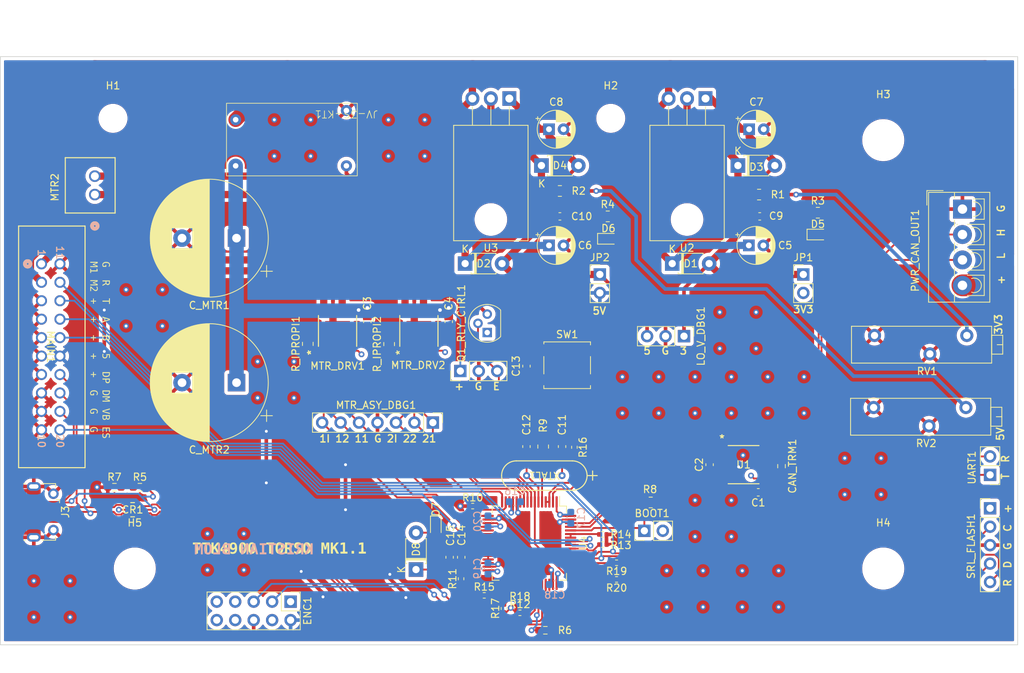
<source format=kicad_pcb>
(kicad_pcb (version 20221018) (generator pcbnew)
  (title_block (title "Torso") (rev "1.1"))
  (layers (0 "F.Cu" signal) (1 "In1.Cu" signal) (2 "In2.Cu" signal) (31 "B.Cu" signal) (34 "B.Paste" user) (35 "F.Paste" user) (36 "B.SilkS" user "B.Silkscreen") (37 "F.SilkS" user "F.Silkscreen") (38 "B.Mask" user) (39 "F.Mask" user) (44 "Edge.Cuts" user))
  (net 0 "")
  (net 1 "/BOOT0")
  (net 2 "/OSC_OUT")
  (net 3 "/CANL")
  (net 4 "/CANH")
  (net 5 "Net-(JV-3S-KT1-COM)")
  (net 6 "/USB_DP")
  (net 7 "/USB_DM")
  (net 8 "Net-(D3-A)")
  (net 9 "Net-(D4-A)")
  (net 10 "Net-(D1-A)")
  (net 11 "Net-(D2-A)")
  (net 12 "Net-(C11-Pad1)")
  (net 13 "Net-(D7-A)")
  (net 14 "/ENC1A")
  (net 15 "/ENC1B")
  (net 16 "/DRV2_IN1")
  (net 17 "/DRV2_IN2")
  (net 18 "Net-(D5-A)")
  (net 19 "Net-(D6-A)")
  (net 21 "+5V")
  (net 22 "/DRV2_IPROPI")
  (net 24 "/DRV1_IN1")
  (net 25 "GND")
  (net 30 "/DRV1_IN2")
  (net 31 "/DRV1_IPROPI")
  (net 32 "/ENC2A")
  (net 33 "/ENC2B")
  (net 34 "/USB_VBUS")
  (net 35 "Net-(Q1_RLY_CTRL1-E)")
  (net 36 "Net-(MTR2-IN)")
  (net 37 "Net-(MTR2-OUT)")
  (net 38 "/RELAY_EN")
  (net 39 "+48V")
  (net 40 "/UART_RX")
  (net 41 "/UART_TX")
  (net 42 "/USB_DP_DRV")
  (net 43 "/OSC_IN")
  (net 44 "Net-(U4-PA0)")
  (net 45 "/GND_RES1")
  (net 46 "Net-(U4-PA8)")
  (net 47 "/END_SWITCH")
  (net 48 "Net-(U4-PB3)")
  (net 49 "Net-(U4-PB6)")
  (net 50 "Net-(U4-PB12)")
  (net 51 "Net-(U4-PC14)")
  (net 52 "Net-(U4-PC8)")
  (net 53 "Net-(U4-PC9)")
  (net 54 "+3V3")
  (net 55 "/FLASH_CLK")
  (net 56 "/FLASH_DIO")
  (net 57 "/RESET")
  (net 58 "Net-(U4-PC10)")
  (net 59 "/CAN_TX")
  (net 60 "/CAN_RX")
  (net 61 "/CAN_EN")
  (net 62 "Net-(U4-PA15)")
  (net 63 "/MTR1_OUT")
  (net 64 "/MTR1_IN")
  (net 65 "/DM_OUT")
  (net 66 "/DP_OUT")
  (net 67 "/VB_OUT")
  (footprint "Capacitor_SMD:C_0603_1608Metric" (layer "F.Cu") (at 107.3 73.7 90)
    (fp_text reference "C11")
    (fp_text value "20pF")
  )
  (footprint "Capacitor_SMD:C_0603_1608Metric" (layer "F.Cu") (at 102.4 73.7 90)
    (fp_text reference "C12")
    (fp_text value "20pF")
  )
  (footprint "MountingHole:MountingHole_5.3mm_M5" (layer "F.Cu") (at 48.5 90.5)
    (fp_text reference "H5")
    (fp_text value "MountingHole")
  )
  (footprint "Capacitor_SMD:C_0603_1608Metric" (layer "F.Cu") (at 127.6 76.2 90)
    (fp_text reference "C2")
    (fp_text value "100nF")
  )
  (footprint "Connector_PinHeader_2.54mm:PinHeader_1x02_P2.54mm_Vertical" (layer "F.Cu") (at 118.625 85.3 90)
    (fp_text reference "BOOT1")
    (fp_text value "BOOTMODE")
  )
  (footprint "Resistor_SMD:R_0805_2012Metric" (layer "F.Cu") (at 134.4125 39)
    (fp_text reference "R1")
    (fp_text value "240Ohm")
  )
  (footprint "Resistor_SMD:R_0402_1005Metric" (layer "F.Cu") (at 114.8 92 180)
    (fp_text reference "R20")
    (fp_text value "40kOhm")
  )
  (footprint "Capacitor_SMD:C_0603_1608Metric" (layer "F.Cu") (at 91.824 88.9485 90)
    (fp_text reference "C15")
    (fp_text value "1muF")
  )
  (footprint "Resistor_SMD:R_0402_1005Metric" (layer "F.Cu") (at 114.8 89.7 180)
    (fp_text reference "R19")
    (fp_text value "40kOhm")
  )
  (footprint "TJA1057BT:SOT96-1_SO8_NXP" (layer "F.Cu") (at 132.278652 76.195)
    (fp_text reference "U1")
    (fp_text value "TJA1057GT/3J")
  )
  (footprint "Resistor_SMD:R_0805_2012Metric" (layer "F.Cu") (at 142.5 41.5)
    (fp_text reference "R3")
    (fp_text value "1k5")
  )
  (footprint "Capacitor_THT:CP_Radial_D16.0mm_P7.50mm" (layer "F.Cu") (at 62.5 64.9 180)
    (fp_text reference "C_MTR2")
    (fp_text value "330uF")
  )
  (footprint "Resistor_SMD:R_0402_1005Metric" (layer "F.Cu") (at 101.5 96.6)
    (fp_text reference "R12")
    (fp_text value "40kOhm")
  )
  (footprint "Resistor_SMD:R_0603_1608Metric_Pad0.98x0.95mm_HandSolder" (layer "F.Cu") (at 49.2 79.3 180)
    (fp_text reference "R5")
    (fp_text value "82k")
  )
  (footprint "Diode_THT:D_T-1_P5.08mm_Horizontal" (layer "F.Cu") (at 104.46 35)
    (fp_text reference "D4")
    (fp_text value "IN4005")
  )
  (footprint "Capacitor_THT:CP_Radial_D5.0mm_P2.00mm" (layer "F.Cu") (at 133 46)
    (fp_text reference "C5")
    (fp_text value "10muF")
  )
  (footprint "Connector_PinHeader_2.54mm:PinHeader_1x02_P2.54mm_Vertical" (layer "F.Cu") (at 166.2 77.6 180)
    (fp_text reference "UART1")
    (fp_text value "Conn_01x02")
  )
  (footprint "JV-3S-KT:JV-3S-KT" (layer "F.Cu") (at 70 32.5 180)
    (fp_text reference "JV-3S-KT1")
    (fp_text value "RELAY")
  )
  (footprint "Resistor_SMD:R_0603_1608Metric" (layer "F.Cu") (at 137.5 76.4 90)
    (fp_text reference "CAN_TRM1")
    (fp_text value "120Ohm")
  )
  (footprint "MountingHole:MountingHole_5.3mm_M5" (layer "F.Cu") (at 151.5 31.5)
    (fp_text reference "H3")
    (fp_text value "MountingHole")
  )
  (footprint "Resistor_SMD:R_0805_2012Metric" (layer "F.Cu") (at 83.5 59.5875 90)
    (fp_text reference "R_IPROPI2")
    (fp_text value "510Ohm")
  )
  (footprint "Connector_PinHeader_2.54mm:PinHeader_1x05_P2.54mm_Vertical" (layer "F.Cu") (at 166.2 82.2)
    (fp_text reference "SRL_FLASH1")
    (fp_text value "Conn_01x05")
  )
  (footprint "Resistor_SMD:R_0402_1005Metric" (layer "F.Cu") (at 109 73.8 -90)
    (fp_text reference "R16")
    (fp_text value "40kOhm")
  )
  (footprint "LED_SMD:LED_0603_1608Metric" (layer "F.Cu") (at 89.923999 84.7485 -90)
    (fp_text reference "D7")
    (fp_text value "LED")
  )
  (footprint "Capacitor_THT:CP_Radial_D5.0mm_P2.00mm" (layer "F.Cu") (at 133.044888 30)
    (fp_text reference "C7")
    (fp_text value "10muF")
  )
  (footprint "Diode_THT:D_T-1_P5.08mm_Horizontal" (layer "F.Cu") (at 93.96 48.5)
    (fp_text reference "D2")
    (fp_text value "IN4005")
  )
  (footprint "Package_TO_SOT_THT:TO-220-3_Horizontal_TabDown" (layer "F.Cu") (at 100.04 25.77 180)
    (fp_text reference "U3")
    (fp_text value "LM317_TO-220")
  )
  (footprint "Diode_THT:D_T-1_P5.08mm_Horizontal" (layer "F.Cu") (at 87.2 90.64 90)
    (fp_text reference "D8")
    (fp_text value "D_Zener")
  )
  (footprint "Resistor_SMD:R_0402_1005Metric" (layer "F.Cu") (at 112.9 85.8 180)
    (fp_text reference "R14")
    (fp_text value "40kOhm")
  )
  (footprint "Potentiometer_THT:Potentiometer_Bourns_3006P_Horizontal" (layer "F.Cu") (at 150.175 68.324999 180)
    (fp_text reference "RV2")
    (fp_text value "0,706k")
  )
  (footprint "Connector_PinHeader_2.54mm:PinHeader_1x03_P2.54mm_Vertical" (layer "F.Cu") (at 124.079999 58.5 -90)
    (fp_text reference "LO_V_DBG1")
    (fp_text value "Conn_01x03")
  )
  (footprint "Package_TO_SOT_THT:TO-220-3_Horizontal_TabDown" (layer "F.Cu") (at 127.04 25.77 180)
    (fp_text reference "U2")
    (fp_text value "LM317_TO-220")
  )
  (footprint "Button_Switch_SMD:SW_Push_1P1T_NO_CK_KSC6xxJ" (layer "F.Cu") (at 108 62.5 180)
    (fp_text reference "SW1")
    (fp_text value "RESET")
  )
  (footprint "Package_TO_SOT_THT:TO-92" (layer "F.Cu") (at 97 58 90)
    (fp_text reference "Q1_RLY_CTRL1")
    (fp_text value "Q_NIGBT_CGE")
  )
  (footprint "MountingHole:MountingHole_3.5mm" (layer "F.Cu") (at 114 28.5)
    (fp_text reference "H2")
    (fp_text value "MountingHole")
  )
  (footprint "Resistor_SMD:R_0402_1005Metric" (layer "F.Cu") (at 96.59 94.2)
    (fp_text reference "R15")
    (fp_text value "40kOhm")
  )
  (footprint "USBLC6:SOT-666_STM" (layer "F.Cu") (at 48.2 82.4)
    (fp_text reference "CR1")
    (fp_text value "USBLC6-2P6")
  )
  (footprint "Connector_PinHeader_2.54mm:PinHeader_1x03_P2.54mm_Vertical" (layer "F.Cu") (at 93.3 63.3 90)
    (fp_text reference "RLY_CTL_DBG1" hide)
    (fp_text value "Conn_01x03" hide)
  )
  (footprint "Resistor_SMD:R_0402_1005Metric" (layer "F.Cu") (at 101.5 95.5)
    (fp_text reference "R18")
    (fp_text value "40kOhm")
  )
  (footprint "DRV8251A:SOIC8_DDA_TEX" (layer "F.Cu") (at 87.595 57.77585 90)
    (fp_text reference "MTR_DRV2")
    (fp_text value "DRV8251ADDAR")
  )
  (footprint "Capacitor_SMD:C_0603_1608Metric" (layer "F.Cu") (at 102.4 62.625 90)
    (fp_text reference "C13")
    (fp_text value "100nF")
  )
  (footprint "Capacitor_THT:CP_Radial_D16.0mm_P7.50mm" (layer "F.Cu") (at 62.5 45 180)
    (fp_text reference "C_MTR1")
    (fp_text value "330uF")
  )
  (footprint "Capacitor_SMD:C_0603_1608Metric" (layer "F.Cu") (at 91.7 56.5 90)
    (fp_text reference "C4")
    (fp_text value "100nF")
  )
  (footprint "LED_SMD:LED_0603_1608Metric" (layer "F.Cu") (at 113.675 45.0875)
    (fp_text reference "D6")
    (fp_text value "LED_5V")
  )
  (footprint "Connector_USB:USB_Micro-B_Molex-105017-0001" (layer "F.Cu") (at 35.8375 82.7 -90)
    (fp_text reference "J3")
    (fp_text value "USB_B_Micro")
  )
  (footprint "1761681-7:1761681-7_TYC" (layer "F.Cu") (at 35.66 48.54 -90)
    (fp_text reference "MAIN1")
    (fp_text value "Conn_02x10_Top_Bottom")
  )
  (footprint "Package_QFP:LQFP-64_10x10mm_P0.5mm" (layer "F.Cu") (at 102.8 87 -90)
    (fp_text reference "U4")
    (fp_text value "STM32F303RETx")
  )
  (footprint "Potentiometer_THT:Potentiometer_Bourns_3006P_Horizontal" (layer "F.Cu") (at 150.3 58.4 180)
    (fp_text reference "RV1")
    (fp_text value "0,386k")
  )
  (footprint "Resistor_SMD:R_0805_2012Metric" (layer "F.Cu") (at 113.5875 42)
    (fp_text reference "R4")
    (fp_text value "1k5")
  )
  (footprint "Resistor_SMD:R_0603_1608Metric_Pad0.98x0.95mm_HandSolder" (layer "F.Cu") (at 105 99 180)
    (fp_text reference "R6")
    (fp_text value "1k5")
  )
  (footprint "Diode_THT:D_T-1_P5.08mm_Horizontal" (layer "F.Cu") (at 122.46 48.5)
    (fp_text reference "D1")
    (fp_text value "IN4005")
  )
  (footprint "Capacitor_SMD:C_0603_1608Metric" (layer "F.Cu") (at 107 42)
    (fp_text reference "C10")
    (fp_text value "100nF")
  )
  (footprint "Connector_PinHeader_2.54mm:PinHeader_1x02_P2.54mm_Vertical" (layer "F.Cu") (at 112.5 50)
    (fp_text reference "JP2")
    (fp_text value "Jumper_2_Open")
  )
  (footprint "Capacitor_THT:CP_Radial_D5.0mm_P2.00mm" (layer "F.Cu") (at 105.5 30)
    (fp_text reference "C8")
    (fp_text value "10muF")
  )
  (footprint "Connector_PinHeader_2.54mm:PinHeader_1x02_P2.54mm_Vertical" (layer "F.Cu") (at 140.5 50)
    (fp_text reference "JP1")
    (fp_text value "Jumper_2_Open")
  )
  (footprint "Resistor_SMD:R_0805_2012Metric" (layer "F.Cu") (at 72.31 59.56335 90)
    (fp_text reference "R_IPROPI1")
    (fp_text value "510Ohm")
  )
  (footprint "Resistor_SMD:R_0402_1005Metric" (layer "F.Cu") (at 95 81.9)
    (fp_text reference "R10")
    (fp_text value "40kOhm")
  )
  (footprint "DRV8251A:SOIC8_DDA_TEX" (layer "F.Cu") (at 76.405 57.77585 90)
    (fp_text reference "MTR_DRV1")
    (fp_text value "DRV8251ADDAR")
  )
  (footprint "Resistor_SMD:R_0805_2012Metric" (layer "F.Cu") (at 107 38.5)
    (fp_text reference "R2")
    (fp_text value "240Ohm")
  )
  (footprint "Capacitor_SMD:C_0603_1608Metric" (layer "F.Cu") (at 134.3 80 180)
    (fp_text reference "C1")
    (fp_text value "100nF")
  )
  (footprint "MountingHole:MountingHole_3.5mm" (layer "F.Cu") (at 45.5 28.5)
    (fp_text reference "H1")
    (fp_text value "MountingHole")
  )
  (footprint "Capacitor_SMD:C_0603_1608Metric" (layer "F.Cu") (at 93.424001 88.9485 90)
    (fp_text reference "C14")
    (fp_text value "4.7muF")
  )
  (footprint "Resistor_SMD:R_0402_1005Metric" (layer "F.Cu") (at 112.909999 87.2 180)
    (fp_text reference "R13")
    (fp_text value "40kOhm")
  )
  (footprint "Resistor_SMD:R_0805_2012Metric" (layer "F.Cu") (at 119.5 81.4 180)
    (fp_text reference "R8")
    (fp_text value "10kOhm")
  )
  (footprint "Capacitor_SMD:C_0603_1608Metric" (layer "F.Cu") (at 80.5 56.5 90)
    (fp_text reference "C3")
    (fp_text value "100nF")
  )
  (footprint "Resistor_SMD:R_0805_2012Metric" (layer "F.Cu") (at 104.7 73.7 90)
    (fp_text reference "R9")
    (fp_text value "340Ohm")
  )
  (footprint "ABL-16.000MHZ-B1U-T:XTAL_ABL-16_ABR" (layer "F.Cu") (at 107.3 77.7 180)
    (fp_text reference "XTAL1")
    (fp_text value "ABL-16.000MHZ-B2")
  )
  (footprint "Capacitor_SMD:C_0603_1608Metric" (layer "F.Cu") (at 134.5 42)
    (fp_text reference "C9")
    (fp_text value "100nF")
  )
  (footprint "Resistor_SMD:R_0402_1005Metric" (layer "F.Cu") (at 99.3 96 90)
    (fp_text reference "R17")
    (fp_text value "40kOhm")
  )
  (footprint "Connector_PinHeader_2.54mm:PinHeader_1x07_P2.54mm_Vertical" (layer "F.Cu") (at 89.52 70.4 -90)
    (fp_text reference "MTR_ASY_DBG1")
    (fp_text value "Conn_01x07")
  )
  (footprint "TerminalBlock_4Ucon:TerminalBlock_4Ucon_1x04_P3.50mm_Vertical" (layer "F.Cu") (at 162.4 41 -90)
    (fp_text reference "PWR_CAN_OUT1")
    (fp_text value "Conn_01x04")
  )
  (footprint "Diode_THT:D_T-1_P5.08mm_Horizontal" (layer "F.Cu") (at 131.5 35)
    (fp_text reference "D3")
    (fp_text value "IN4005")
  )
  (footprint "Resistor_SMD:R_0402_1005Metric" (layer "F.Cu") (at 93.4 91.909999 90)
    (fp_text reference "R11")
    (fp_text value "40kOhm")
  )
  (footprint "70543-0001:70543-0001_MOL" (layer "F.Cu") (at 43 39 90)
    (fp_text reference "MTR2")
    (fp_text value "705430001")
  )
  (footprint "Connector_PinHeader_2.54mm:PinHeader_2x05_P2.54mm_Vertical" (layer "F.Cu") (at 69.94 95.06 -90)
    (fp_text reference "ENC1")
    (fp_text value "Conn_02x05_Odd_Even")
  )
  (footprint "Capacitor_THT:CP_Radial_D5.0mm_P2.00mm" (layer "F.Cu") (at 105.5 46)
    (fp_text reference "C6")
    (fp_text value "10muF")
  )
  (footprint "MountingHole:MountingHole_5.3mm_M5" (layer "F.Cu") (at 151.5 90.5)
    (fp_text reference "H4")
    (fp_text value "MountingHole")
  )
  (footprint "Resistor_SMD:R_0603_1608Metric_Pad0.98x0.95mm_HandSolder" (layer "F.Cu") (at 45.7 79.3 180)
    (fp_text reference "R7")
    (fp_text value "33k")
  )
  (footprint "LED_SMD:LED_0603_1608Metric" (layer "F.Cu") (at 142.5 44.5)
    (fp_text reference "D5")
    (fp_text value "LED_3V3")
  )
  (footprint "Capacitor_SMD:C_0603_1608Metric" (layer "B.Cu") (at 97.1 90.5 -90)
    (fp_text reference "C19")
    (fp_text value "100nF")
  )
  (footprint "Capacitor_SMD:C_0603_1608Metric" (layer "B.Cu") (at 97.1 84 -90)
    (fp_text reference "C20")
    (fp_text value "100nF")
  )
  (footprint "Capacitor_SMD:C_0603_1608Metric" (layer "B.Cu") (at 106.3 92.7)
    (fp_text reference "C18")
    (fp_text value "100nF")
  )
  (footprint "Capacitor_SMD:C_0603_1608Metric" (layer "B.Cu") (at 108.5 83.5 90)
    (fp_text reference "C17")
    (fp_text value "100nF")
  )
  (footprint "Capacitor_SMD:C_0603_1608Metric" (layer "B.Cu") (at 100.8 81.3 180)
    (fp_text reference "C16")
    (fp_text value "10nF")
  )
  (gr_rect locked (start 30 20) (end 170 101) (stroke (width 0.1)) (fill none) (layer "Edge.Cuts"))
  (gr_text "KRISTIAN BLOM" (at 73.1 88.8) (layer "B.SilkS") (effects (font (size 1.5 1.5) (thickness 0.3) bold) (justify left bottom mirror)))
  (gr_text "TTK4900 TORSO MK1.1" (at 56.4 88.7) (layer "F.SilkS") (effects (font (size 1.5 1.5) (thickness 0.3) bold) (justify left bottom)))
  (gr_text "T  R" (at 168.9 78.3 90) (layer "F.SilkS") (effects (font (size 1 1) (thickness 0.1875)) (justify left bottom)))
  (gr_text "G  R  T  A  B  5  DP DM VB ES\nM1 M2 +  +  +  +  +  G  G  G" (at 42.2 48.2 270) (layer "F.SilkS") (effects (font (size 1 1) (thickness 0.1875)) (justify left bottom)))
  (gr_text "5V\n" (at 111.4 55.6) (layer "F.SilkS") (effects (font (size 1 1) (thickness 0.1875)) (justify left bottom)))
  (gr_text "+  G  E" (at 92.4 66) (layer "F.SilkS") (effects (font (size 1 1) (thickness 0.1875)) (justify left bottom)))
  (gr_text "5  G  3" (at 118.4 61.1) (layer "F.SilkS") (effects (font (size 1 1) (thickness 0.1875)) (justify left bottom)))
  (gr_text "+   L   H   G" (at 168.3 51.5 90) (layer "F.SilkS") (effects (font (size 1 1) (thickness 0.1875)) (justify left bottom)))
  (gr_text "1I 12 11 G 2I 22 21" (at 73.8 73.2) (layer "F.SilkS") (effects (font (size 1 1) (thickness 0.1875)) (justify left bottom)))
  (gr_text "5V\n" (at 168.2 73 90) (layer "F.SilkS") (effects (font (size 1 1) (thickness 0.1875)) (justify left bottom)))
  (gr_text "3V3" (at 139 55.4) (layer "F.SilkS") (effects (font (size 1 1) (thickness 0.1875)) (justify left bottom)))
  (gr_text "3V3" (at 167.94 58.37 90) (layer "F.SilkS") (effects (font (size 1 1) (thickness 0.1875)) (justify left bottom)))
  (gr_text "R  D  G  C  +" (at 169.2 93.1 90) (layer "F.SilkS") (effects (font (size 1 1) (thickness 0.1875)) (justify left bottom)))
  (segment (start 118.625 85.3) (end 118.625 81.4375) (width 0.25) (layer "F.Cu") (net 1))
  (segment (start 118.625 81.4375) (end 118.5875 81.4) (width 0.25) (layer "F.Cu") (net 1))
  (segment (start 111.35 85.25) (end 111.685 84.915) (width 0.25) (layer "F.Cu") (net 1))
  (segment (start 118.24 84.915) (end 118.625 85.3) (width 0.25) (layer "F.Cu") (net 1))
  (segment (start 111.685 84.915) (end 118.24 84.915) (width 0.25) (layer "F.Cu") (net 1))
  (segment (start 108.475 85.25) (end 111.35 85.25) (width 0.25) (layer "F.Cu") (net 1))
  (segment (start 104.05 81.325) (end 104.05 79.330001) (width 0.25) (layer "F.Cu") (net 2))
  (segment (start 102.419999 74.494999) (end 102.4 74.475) (width 0.25) (layer "F.Cu") (net 2))
  (segment (start 102.419999 77.7) (end 102.419999 74.494999) (width 0.25) (layer "F.Cu") (net 2))
  (segment (start 104.05 79.330001) (end 102.419999 77.7) (width 0.25) (layer "F.Cu") (net 2))
  (segment (start 143 56.451544) (end 151.451544 48) (width 0.25) (layer "F.Cu") (net 3))
  (segment (start 135 76.83) (end 137.105 76.83) (width 0.25) (layer "F.Cu") (net 3))
  (segment (start 151.451544 48) (end 162.4 48) (width 0.25) (layer "F.Cu") (net 3))
  (segment (start 139.675 77.225) (end 143 73.9) (width 0.25) (layer "F.Cu") (net 3))
  (segment (start 143 73.9) (end 143 56.451544) (width 0.25) (layer "F.Cu") (net 3))
  (segment (start 137.105 76.83) (end 137.5 77.225) (width 0.25) (layer "F.Cu") (net 3))
  (segment (start 137.5 77.225) (end 139.675 77.225) (width 0.25) (layer "F.Cu") (net 3))
  (segment (start 154.4 44.5) (end 162.4 44.5) (width 0.25) (layer "F.Cu") (net 4))
  (segment (start 142.61 56.29) (end 154.4 44.5) (width 0.25) (layer "F.Cu") (net 4))
  (segment (start 137.5 75.575) (end 140.773456 75.575) (width 0.25) (layer "F.Cu") (net 4))
  (segment (start 137.485 75.56) (end 137.5 75.575) (width 0.25) (layer "F.Cu") (net 4))
  (segment (start 135 75.56) (end 137.485 75.56) (width 0.25) (layer "F.Cu") (net 4))
  (segment (start 140.773456 75.575) (end 142.61 73.738456) (width 0.25) (layer "F.Cu") (net 4))
  (segment (start 142.61 73.738456) (end 142.61 56.29) (width 0.25) (layer "F.Cu") (net 4))
  (segment (start 62.38 44.88) (end 62.5 45) (width 2) (layer "F.Cu") (net 5))
  (via (at 91.7 54.6) (size 0.8) (drill 0.5) (layers "F.Cu" "B.Cu") (net 5))
  (via (at 90.5 54.9) (size 0.8) (drill 0.5) (layers "F.Cu" "B.Cu") (net 5))
  (via (at 80.5 54.6) (size 0.8) (drill 0.5) (layers "F.Cu" "B.Cu") (net 5))
  (via (at 79.3 54.9) (size 0.8) (drill 0.5) (layers "F.Cu" "B.Cu") (net 5))
  (segment (start 62.9 55) (end 91.3 55) (width 2) (layer "B.Cu") (net 5))
  (segment (start 93.3 63.3) (end 93.3 56.2) (width 0.25) (layer "B.Cu") (net 5))
  (segment (start 93.3 56.2) (end 91.7 54.6) (width 0.25) (layer "B.Cu") (net 5))
  (segment (start 62.5 54) (end 62.5 64.9) (width 2) (layer "B.Cu") (net 5))
  (segment (start 62.5 45) (end 62.5 54) (width 2) (layer "B.Cu") (net 5))
  (segment (start 62.5 54) (end 62.5 54.6) (width 2) (layer "B.Cu") (net 5))
  (segment (start 62.38 44.88) (end 62.5 45) (width 2) (layer "B.Cu") (net 5))
  (segment (start 91.3 55) (end 91.7 54.6) (width 2) (layer "B.Cu") (net 5))
  (segment (start 62.5 54.6) (end 62.9 55) (width 2) (layer "B.Cu") (net 5))
  (segment (start 62.38 35.04) (end 62.38 44.88) (width 2) (layer "B.Cu") (net 5))
  (segment (start 50.664795 82.8901) (end 50.899695 83.125) (width 0.25) (layer "F.Cu") (net 6))
  (segment (start 48.9112 82.899999) (end 48.921099 82.8901) (width 0.25) (layer "F.Cu") (net 6))
  (segment (start 66.25 82.65) (end 81.8 98.2) (width 0.25) (layer "F.Cu") (net 6))
  (segment (start 105.9125 98.4125) (end 105.05 97.55) (width 0.25) (layer "F.Cu") (net 6))
  (segment (start 51.975305 82.65) (end 66.25 82.65) (width 0.25) (layer "F.Cu") (net 6))
  (segment (start 104.4 98.2) (end 105.05 97.55) (width 0.25) (layer "F.Cu") (net 6))
  (segment (start 81.8 98.2) (end 104.4 98.2) (width 0.25) (layer "F.Cu") (net 6))
  (segment (start 48.921099 82.8901) (end 50.664795 82.8901) (width 0.25) (layer "F.Cu") (net 6))
  (segment (start 51.500305 83.125) (end 51.975305 82.65) (width 0.25) (layer "F.Cu") (net 6))
  (segment (start 50.899695 83.125) (end 51.500305 83.125) (width 0.25) (layer "F.Cu") (net 6))
  (segment (start 105.9125 99) (end 105.9125 98.4125) (width 0.25) (layer "F.Cu") (net 6))
  (segment (start 105.05 97.55) (end 105.05 92.675) (width 0.25) (layer "F.Cu") (net 6))
  (segment (start 81.986396 97.75) (end 104.213604 97.75) (width 0.25) (layer "F.Cu") (net 7))
  (segment (start 104.55 97.413604) (end 104.55 92.675) (width 0.25) (layer "F.Cu") (net 7))
  (segment (start 48.921099 81.9099) (end 50.664795 81.9099) (width 0.25) (layer "F.Cu") (net 7))
  (segment (start 51.500305 81.675) (end 52.025305 82.2) (width 0.25) (layer "F.Cu") (net 7))
  (segment (start 48.9112 81.900001) (end 48.921099 81.9099) (width 0.25) (layer "F.Cu") (net 7))
  (segment (start 52.025305 82.2) (end 66.436396 82.2) (width 0.25) (layer "F.Cu") (net 7))
  (segment (start 66.436396 82.2) (end 81.986396 97.75) (width 0.25) (layer "F.Cu") (net 7))
  (segment (start 104.213604 97.75) (end 104.55 97.413604) (width 0.25) (layer "F.Cu") (net 7))
  (segment (start 50.664795 81.9099) (end 50.899695 81.675) (width 0.25) (layer "F.Cu") (net 7))
  (segment (start 50.899695 81.675) (end 51.500305 81.675) (width 0.25) (layer "F.Cu") (net 7))
  (segment (start 127.77 25.77) (end 132 30) (width 1) (layer "F.Cu") (net 8))
  (segment (start 136.58 34.54) (end 136.58 35) (width 1) (layer "F.Cu") (net 8))
  (segment (start 133.044888 31.004888) (end 136.58 34.54) (width 1) (layer "F.Cu") (net 8))
  (segment (start 135.325 39) (end 139.5 39) (width 0.5) (layer "F.Cu") (net 8))
  (segment (start 135.325 36.255) (end 136.58 35) (width 0.5) (layer "F.Cu") (net 8))
  (segment (start 127.04 25.77) (end 127.77 25.77) (width 1) (layer "F.Cu") (net 8))
  (segment (start 133.044888 30) (end 133.044888 31.004888) (width 1) (layer "F.Cu") (net 8))
  (segment (start 132 30) (end 133.044888 30) (width 1) (layer "F.Cu") (net 8))
  (segment (start 135.325 39) (end 135.325 36.255) (width 0.5) (layer "F.Cu") (net 8))
  (via (at 139.5 39) (size 0.8) (drill 0.4) (layers "F.Cu" "B.Cu") (net 8))
  (segment (start 145 39) (end 163 57) (width 0.5) (layer "B.Cu") (net 8))
  (segment (start 163 57) (end 163 58.4) (width 0.5) (layer "B.Cu") (net 8))
  (segment (start 139.5 39) (end 145 39) (width 0.5) (layer "B.Cu") (net 8))
  (segment (start 107.9125 38.5) (end 112 38.5) (width 0.5) (layer "F.Cu") (net 9))
  (segment (start 107.9125 36.6275) (end 109.54 35) (width 0.5) (layer "F.Cu") (net 9))
  (segment (start 105.5 30) (end 105.5 30.96) (width 1) (layer "F.Cu") (net 9))
  (segment (start 107.9125 38.5) (end 107.9125 36.6275) (width 0.5) (layer "F.Cu") (net 9))
  (segment (start 104.27 30) (end 100.04 25.77) (width 1) (layer "F.Cu") (net 9))
  (segment (start 105.5 30) (end 104.27 30) (width 1) (layer "F.Cu") (net 9))
  (segment (start 105.5 30.96) (end 109.54 35) (width 1) (layer "F.Cu") (net 9))
  (via (at 112 38.5) (size 0.8) (drill 0.4) (layers "F.Cu" "B.Cu") (net 9))
  (segment (start 135.408456 52) (end 147.408456 64) (width 0.5) (layer "B.Cu") (net 9))
  (segment (start 112 38.5) (end 114 38.5) (width 0.5) (layer "B.Cu") (net 9))
  (segment (start 147.408456 64) (end 158.550001 64) (width 0.5) (layer "B.Cu") (net 9))
  (segment (start 117.5 42) (end 117.5 48) (width 0.5) (layer "B.Cu") (net 9))
  (segment (start 158.550001 64) (end 162.875 68.324999) (width 0.5) (layer "B.Cu") (net 9))
  (segment (start 121.5 52) (end 135.408456 52) (width 0.5) (layer "B.Cu") (net 9))
  (segment (start 117.5 48) (end 121.5 52) (width 0.5) (layer "B.Cu") (net 9))
  (segment (start 114 38.5) (end 117.5 42) (width 0.5) (layer "B.Cu") (net 9))
  (segment (start 141.5875 41.5) (end 140.5875 40.5) (width 0.5) (layer "F.Cu") (net 10))
  (segment (start 124.079999 58.5) (end 124.079999 51.960001) (width 0.5) (layer "F.Cu") (net 10))
  (segment (start 133.5 39) (end 131.5 39) (width 0.5) (layer "F.Cu") (net 10))
  (segment (start 127.54 48.54) (end 129 50) (width 1) (layer "F.Cu") (net 10))
  (segment (start 124.5 25.77) (end 124.5 27.54) (width 1) (layer "F.Cu") (net 10))
  (segment (start 131.5 44.54) (end 127.54 48.5) (width 1) (layer "F.Cu") (net 10))
  (segment (start 133.725 42) (end 133.725 41.725) (width 0.5) (layer "F.Cu") (net 10))
  (segment (start 131.5 39) (end 131.5 41) (width 1) (layer "F.Cu") (net 10))
  (segment (start 129 50) (end 140.5 50) (width 1) (layer "F.Cu") (net 10))
  (segment (start 133.725 41.725) (end 133 41) (width 0.5) (layer "F.Cu") (net 10))
  (segment (start 131.5 34.54) (end 131.5 35) (width 1) (layer "F.Cu") (net 10))
  (segment (start 140.5875 40.5) (end 135 40.5) (width 0.5) (layer "F.Cu") (net 10))
  (segment (start 127.54 48.5) (end 127.54 48.54) (width 1) (layer "F.Cu") (net 10))
  (segment (start 135 40.5) (end 133.5 39) (width 0.5) (layer "F.Cu") (net 10))
  (segment (start 124.079999 51.960001) (end 127.54 48.5) (width 0.5) (layer "F.Cu") (net 10))
  (segment (start 124.5 27.54) (end 131.5 34.54) (width 1) (layer "F.Cu") (net 10))
  (segment (start 133 41) (end 131.5 41) (width 0.5) (layer "F.Cu") (net 10))
  (segment (start 131.5 35) (end 131.5 39) (width 1) (layer "F.Cu") (net 10))
  (segment (start 131.5 41) (end 131.5 44.54) (width 1) (layer "F.Cu") (net 10))
  (segment (start 112.675 42) (end 112.4125 42) (width 0.5) (layer "F.Cu") (net 11))
  (segment (start 104.46 41) (end 104.46 38.5) (width 1) (layer "F.Cu") (net 11))
  (segment (start 105.225 41) (end 104.46 41) (width 0.5) (layer "F.Cu") (net 11))
  (segment (start 104.46 43.08) (end 104.46 41) (width 1) (layer "F.Cu") (net 11))
  (segment (start 106.0875 38.79375) (end 107.29375 40) (width 0.5) (layer "F.Cu") (net 11))
  (segment (start 106.0875 38.5) (end 104.46 38.5) (width 0.5) (layer "F.Cu") (net 11))
  (segment (start 99.04 48.5) (end 104.46 43.08) (width 1) (layer "F.Cu") (net 11))
  (segment (start 118.999999 58.5) (end 118.999999 56.499999) (width 0.5) (layer "F.Cu") (net 11))
  (segment (start 106.225 42) (end 105.225 41) (width 0.5) (layer "F.Cu") (net 11))
  (segment (start 100.54 50) (end 112.5 50) (width 1) (layer "F.Cu") (net 11))
  (segment (start 104.46 38.5) (end 104.46 35) (width 1) (layer "F.Cu") (net 11))
  (segment (start 112.4125 42) (end 110.4125 40) (width 0.5) (layer "F.Cu") (net 11))
  (segment (start 118.999999 56.499999) (end 112.5 50) (width 0.5) (layer "F.Cu") (net 11))
  (segment (start 107.29375 40) (end 110.4125 40) (width 0.5) (layer "F.Cu") (net 11))
  (segment (start 106.0875 38.5) (end 106.0875 38.79375) (width 0.5) (layer "F.Cu") (net 11))
  (segment (start 97.5 28.04) (end 104.46 35) (width 1) (layer "F.Cu") (net 11))
  (segment (start 97.5 25.77) (end 97.5 28.04) (width 1) (layer "F.Cu") (net 11))
  (segment (start 99.04 48.5) (end 100.54 50) (width 1) (layer "F.Cu") (net 11))
  (segment (start 107.3 74.475) (end 106.3875 74.475) (width 0.25) (layer "F.Cu") (net 12))
  (segment (start 106.3875 74.475) (end 104.7 72.7875) (width 0.25) (layer "F.Cu") (net 12))
  (segment (start 107.3 74.475) (end 107.3 77.7) (width 0.25) (layer "F.Cu") (net 12))
  (segment (start 87.2 85.56) (end 89.9 85.56) (width 0.25) (layer "F.Cu") (net 13))
  (segment (start 89.9 85.56) (end 89.924 85.536) (width 0.25) (layer "F.Cu") (net 13))
  (segment (start 111.10736 87.25) (end 108.475 87.25) (width 0.25) (layer "F.Cu") (net 14))
  (segment (start 111.205428 87.348068) (end 111.10736 87.25) (width 0.25) (layer "F.Cu") (net 14))
  (via (at 111.205428 87.348068) (size 0.8) (drill 0.4) (layers "F.Cu" "B.Cu") (net 14))
  (segment (start 59.93537 74.47) (end 61.4 74.47) (width 0.25) (layer "B.Cu") (net 14))
  (segment (start 73.81537 79.87) (end 78.1 79.87) (width 0.25) (layer "B.Cu") (net 14))
  (segment (start 61.4 74.47) (end 68.415368 74.47) (width 0.25) (layer "B.Cu") (net 14))
  (segment (start 108.758068 87.348068) (end 111.205428 87.348068) (width 0.25) (layer "B.Cu") (net 14))
  (segment (start 102.998004 86.99) (end 108.4 86.99) (width 0.25) (layer "B.Cu") (net 14))
  (segment (start 38.2 58.7) (end 44.165368 58.7) (width 0.25) (layer "B.Cu") (net 14))
  (segment (start 68.415368 74.47) (end 73.81537 79.87) (width 0.25) (layer "B.Cu") (net 14))
  (segment (start 78.1 79.87) (end 95.878003 79.87) (width 0.25) (layer "B.Cu") (net 14))
  (segment (start 95.878003 79.87) (end 97.054002 81.045999) (width 0.25) (layer "B.Cu") (net 14))
  (segment (start 108.4 86.99) (end 108.758068 87.348068) (width 0.25) (layer "B.Cu") (net 14))
  (segment (start 97.054002 81.045999) (end 102.998004 86.99) (width 0.25) (layer "B.Cu") (net 14))
  (segment (start 44.165368 58.7) (end 59.93537 74.47) (width 0.25) (layer "B.Cu") (net 14))
  (segment (start 111.1 86.4145) (end 110.7645 86.75) (width 0.25) (layer "F.Cu") (net 15))
  (segment (start 110.7645 86.75) (end 108.475 86.75) (width 0.25) (layer "F.Cu") (net 15))
  (via (at 111.1 86.4145) (size 0.8) (drill 0.4) (layers "F.Cu" "B.Cu") (net 15))
  (segment (start 103.159547 86.6) (end 108.1 86.6) (width 0.25) (layer "B.Cu") (net 15))
  (segment (start 42.176912 56.16) (end 44.558456 58.541544) (width 0.25) (layer "B.Cu") (net 15))
  (segment (start 60.096913 74.08) (end 63.1 74.08) (width 0.25) (layer "B.Cu") (net 15))
  (segment (start 68.576912 74.08) (end 73.976913 79.48) (width 0.25) (layer "B.Cu") (net 15))
  (segment (start 44.558456 58.541544) (end 60.096913 74.08) (width 0.25) (layer "B.Cu") (net 15))
  (segment (start 110.9145 86.6) (end 111.1 86.4145) (width 0.25) (layer "B.Cu") (net 15))
  (segment (start 76.1 79.48) (end 94 79.48) (width 0.25) (layer "B.Cu") (net 15))
  (segment (start 73.976913 79.48) (end 76.1 79.48) (width 0.25) (layer "B.Cu") (net 15))
  (segment (start 94 79.48) (end 96.039547 79.48) (width 0.25) (layer "B.Cu") (net 15))
  (segment (start 108.1 86.6) (end 110.9145 86.6) (width 0.25) (layer "B.Cu") (net 15))
  (segment (start 63.1 74.08) (end 68.576912 74.08) (width 0.25) (layer "B.Cu") (net 15))
  (segment (start 96.039547 79.48) (end 103.159547 86.6) (width 0.25) (layer "B.Cu") (net 15))
  (segment (start 38.2 56.16) (end 42.176912 56.16) (width 0.25) (layer "B.Cu") (net 15))
  (segment (start 89.52 72.388456) (end 95.861544 78.73) (width 0.25) (layer "F.Cu") (net 16))
  (segment (start 89.52 70.4) (end 89.52 72.388456) (width 0.25) (layer "F.Cu") (net 16))
  (segment (start 88.23 69.11) (end 89.52 70.4) (width 0.25) (layer "F.Cu") (net 16))
  (segment (start 102.55 80.046912) (end 102.55 81.325) (width 0.25) (layer "F.Cu") (net 16))
  (segment (start 88.23 60.5) (end 88.23 69.11) (width 0.25) (layer "F.Cu") (net 16))
  (segment (start 101.233088 78.73) (end 102.55 80.046912) (width 0.25) (layer "F.Cu") (net 16))
  (segment (start 95.861544 78.73) (end 101.233088 78.73) (width 0.25) (layer "F.Cu") (net 16))
  (segment (start 86.96 60.5) (end 86.96 70.38) (width 0.25) (layer "F.Cu") (net 17))
  (segment (start 86.96 70.38) (end 86.98 70.4) (width 0.25) (layer "F.Cu") (net 17))
  (segment (start 86.98 70.4) (end 95.7 79.12) (width 0.25) (layer "F.Cu") (net 17))
  (segment (start 95.7 79.12) (end 101.071544 79.12) (width 0.25) (layer "F.Cu") (net 17))
  (segment (start 101.071544 79.12) (end 102.05 80.098456) (width 0.25) (layer "F.Cu") (net 17))
  (segment (start 102.05 80.098456) (end 102.05 81.325) (width 0.25) (layer "F.Cu") (net 17))
  (segment (start 143.4125 44.375) (end 143.2875 44.5) (width 0.5) (layer "F.Cu") (net 18))
  (segment (start 143.4125 41.5) (end 143.4125 44.375) (width 0.5) (layer "F.Cu") (net 18))
  (segment (start 114.5 42) (end 114.5 45.05) (width 0.5) (layer "F.Cu") (net 19))
  (segment (start 114.5 45.05) (end 114.4625 45.0875) (width 0.5) (layer "F.Cu") (net 19))
  (segment (start 71.4 90.9) (end 74.4 93.9) (width 0.5) (layer "F.Cu") (net 21))
  (segment (start 74.4 93.9) (end 74.4 94.4) (width 0.5) (layer "F.Cu") (net 21))
  (segment (start 66.6 78.7) (end 66.6 71.6) (width 0.5) (layer "F.Cu") (net 21))
  (segment (start 127.6 76.975) (end 129.412304 76.975) (width 0.25) (layer "F.Cu") (net 21))
  (segment (start 85.8 94.1) (end 83.6 91.9) (width 0.5) (layer "F.Cu") (net 21))
  (segment (start 131.27 76.83) (end 131.6 76.5) (width 0.25) (layer "F.Cu") (net 21))
  (segment (start 83.6 91.9) (end 83.6 91.3) (width 0.5) (layer "F.Cu") (net 21))
  (segment (start 129.412304 76.975) (end 129.557304 76.83) (width 0.25) (layer "F.Cu") (net 21))
  (segment (start 85.8 94.5) (end 85.8 94.1) (width 0.5) (layer "F.Cu") (net 21))
  (segment (start 129.557304 76.83) (end 131.27 76.83) (width 0.25) (layer "F.Cu") (net 21))
  (segment (start 77.5 76.2) (end 77.5 82.4) (width 0.5) (layer "F.Cu") (net 21))
  (segment (start 44.3 60.6) (end 44.3 54.9) (width 0.5) (layer "F.Cu") (net 21))
  (via (at 44.3 54.9) (size 0.8) (drill 0.4) (layers "F.Cu" "B.Cu") (net 21))
  (via (at 83.6 91.3) (size 0.8) (drill 0.4) (layers "F.Cu" "B.Cu") (net 21))
  (via (at 71.4 90.9) (size 0.8) (drill 0.4) (layers "F.Cu" "B.Cu") (net 21))
  (via (at 77.5 82.4) (size 0.8) (drill 0.4) (layers "F.Cu" "B.Cu") (net 21))
  (via (at 66.6 78.7) (size 0.8) (drill 0.4) (layers "F.Cu" "B.Cu") (net 21))
  (via (at 66.6 71.6) (size 0.8) (drill 0.4) (layers "F.Cu" "B.Cu") (net 21))
  (via (at 131.6 76.5) (size 0.8) (drill 0.4) (layers "F.Cu" "B.Cu") (net 21))
  (via (at 44.3 60.6) (size 0.8) (drill 0.4) (layers "F.Cu" "B.Cu") (net 21))
  (via (at 77.5 76.2) (size 0.8) (drill 0.4) (layers "F.Cu" "B.Cu") (net 21))
  (via (at 85.8 94.5) (size 0.8) (drill 0.4) (layers "F.Cu" "B.Cu") (net 21))
  (via (at 74.4 94.4) (size 0.8) (drill 0.4) (layers "F.Cu" "B.Cu") (net 21))
  (segment (start 101.55 80.15) (end 101.55 81.325) (width 0.25) (layer "F.Cu") (net 22))
  (segment (start 83.5 60.5) (end 85.69 60.5) (width 0.25) (layer "F.Cu") (net 22))
  (segment (start 85.69 69.15) (end 84.44 70.4) (width 0.25) (layer "F.Cu") (net 22))
  (segment (start 85.69 60.5) (end 85.69 69.15) (width 0.25) (layer "F.Cu") (net 22))
  (segment (start 84.44 70.4) (end 84.5 70.4) (width 0.25) (layer "F.Cu") (net 22))
  (segment (start 100.91 79.51) (end 101.55 80.15) (width 0.25) (layer "F.Cu") (net 22))
  (segment (start 93.61 79.51) (end 100.91 79.51) (width 0.25) (layer "F.Cu") (net 22))
  (segment (start 84.5 70.4) (end 93.61 79.51) (width 0.25) (layer "F.Cu") (net 22))
  (segment (start 98.7 79.9) (end 99.05 80.25) (width 0.25) (layer "F.Cu") (net 24))
  (segment (start 77.04 68.08) (end 79.36 70.4) (width 0.25) (layer "F.Cu") (net 24))
  (segment (start 79.36 70.4) (end 88.86 79.9) (width 0.25) (layer "F.Cu") (net 24))
  (segment (start 77.04 60.5) (end 77.04 68.08) (width 0.25) (layer "F.Cu") (net 24))
  (segment (start 88.86 79.9) (end 98.7 79.9) (width 0.25) (layer "F.Cu") (net 24))
  (segment (start 99.05 80.25) (end 99.05 81.325) (width 0.25) (layer "F.Cu") (net 24))
  (segment (start 127.6 75.425) (end 129.422304 75.425) (width 0.25) (layer "F.Cu") (net 25))
  (segment (start 107.35 83.75) (end 108.475 83.75) (width 0.25) (layer "F.Cu") (net 25))
  (segment (start 101.05 82.610497) (end 101.239503 82.8) (width 0.25) (layer "F.Cu") (net 25))
  (segment (start 75.77 55.0517) (end 75.77 57.14085) (width 1) (layer "F.Cu") (net 25))
  (segment (start 129.557304 75.56) (end 131.54 75.56) (width 0.25) (layer "F.Cu") (net 25))
  (segment (start 98.45 83.75) (end 97.125 83.75) (width 0.25) (layer "F.Cu") (net 25))
  (segment (start 129.422304 75.425) (end 129.557304 75.56) (width 0.25) (layer "F.Cu") (net 25))
  (segment (start 99.640104 96.51) (end 100.227235 95.922869) (width 0.25) (layer "F.Cu") (net 25))
  (segment (start 106.05 92.675) (end 106.05 90.95) (width 0.25) (layer "F.Cu") (net 25))
  (segment (start 99.3 96.51) (end 99.640104 96.51) (width 0.25) (layer "F.Cu") (net 25))
  (segment (start 86.96 55.0517) (end 86.96 57.14085) (width 1) (layer "F.Cu") (net 25))
  (segment (start 100.227235 95.922869) (end 100.312869 95.922869) (width 0.25) (layer "F.Cu") (net 25))
  (segment (start 86.96 57.14085) (end 87.595 57.77585) (width 1) (layer "F.Cu") (net 25))
  (segment (start 107 84.1) (end 107.35 83.75) (width 0.25) (layer "F.Cu") (net 25))
  (segment (start 98.15 90.25) (end 98.5 89.9) (width 0.25) (layer "F.Cu") (net 25))
  (segment (start 100.650104 95.5) (end 100.227235 95.922869) (width 0.25) (layer "F.Cu") (net 25))
  (segment (start 97.125 90.25) (end 98.15 90.25) (width 0.25) (layer "F.Cu") (net 25))
  (segment (start 94.49 81.9) (end 93.3 81.9) (width 0.25) (layer "F.Cu") (net 25))
  (segment (start 101.05 81.325) (end 101.05 82.610497) (width 0.25) (layer "F.Cu") (net 25))
  (segment (start 44.7875 79.3) (end 43.3 79.3) (width 0.25) (layer "F.Cu") (net 25))
  (segment (start 98.6 83.6) (end 98.45 83.75) (width 0.25) (layer "F.Cu") (net 25))
  (segment (start 47.4888 82.4) (end 46.3 82.4) (width 0.25) (layer "F.Cu") (net 25))
  (segment (start 106.05 90.95) (end 105.8 90.7) (width 0.25) (layer "F.Cu") (net 25))
  (segment (start 100.99 95.5) (end 100.650104 95.5) (width 0.25) (layer "F.Cu") (net 25))
  (segment (start 75.77 57.14085) (end 76.405 57.77585) (width 1) (layer "F.Cu") (net 25))
  (segment (start 131.54 75.56) (end 132.2 74.9) (width 0.25) (layer "F.Cu") (net 25))
  (segment (start 100.312869 95.922869) (end 100.99 96.6) (width 0.25) (layer "F.Cu") (net 25))
  (via (at 67.7 33.7) (size 0.8) (drill 0.4) (layers "F.Cu" "B.Cu") (net 25))
  (via (at 137.1 90.8) (size 0.8) (drill 0.4) (layers "F.Cu" "B.Cu") (net 25))
  (via (at 105.8 90.7) (size 0.8) (drill 0.4) (layers "F.Cu" "B.Cu") (net 25))
  (via (at 58.5 85.7) (size 0.8) (drill 0.4) (layers "F.Cu" "B.Cu") (net 25))
  (via (at 140.6 64.1) (size 0.8) (drill 0.4) (layers "F.Cu" "B.Cu") (net 25))
  (via (at 134 60.2) (size 0.8) (drill 0.4) (layers "F.Cu" "B.Cu") (net 25))
  (via (at 151.2 75.3) (size 0.8) (drill 0.4) (layers "F.Cu" "B.Cu") (net 25))
  (via (at 130.6 64.1) (size 0.8) (drill 0.4) (layers "F.Cu" "B.Cu") (net 25))
  (via (at 70.4 62) (size 0.8) (drill 0.4) (layers "F.Cu" "B.Cu") (net 25))
  (via (at 47.3 57.1) (size 0.8) (drill 0.4) (layers "F.Cu" "B.Cu") (net 25))
  (via (at 52.3 52.1) (size 0.8) (drill 0.4) (layers "F.Cu" "B.Cu") (net 25))
  (via (at 129 55.2) (size 0.8) (drill 0.4) (layers "F.Cu" "B.Cu") (net 25))
  (via (at 83.4 28.7) (size 0.8) (drill 0.4) (layers "F.Cu" "B.Cu") (net 25))
  (via (at 39.6 97.2) (size 0.8) (drill 0.4) (layers "F.Cu" "B.Cu") (net 25))
  (via (at 125.6 64.1) (size 0.8) (drill 0.4) (layers "F.Cu" "B.Cu") (net 25))
  (via (at 65.4 62) (size 0.8) (drill 0.4) (layers "F.Cu" "B.Cu") (net 25))
  (via (at 72.7 28.7) (size 0.8) (drill 0.4) (layers "F.Cu" "B.Cu") (net 25))
  (via (at 134 55.2) (size 0.8) (drill 0.4) (layers "F.Cu" "B.Cu") (net 25))
  (via (at 132.1 90.8) (size 0.8) (drill 0.4) (layers "F.Cu" "B.Cu") (net 25))
  (via (at 93.3 81.9) (size 0.8) (drill 0.4) (layers "F.Cu" "B.Cu") (net 25))
  (via (at 140.6 69.1) (size 0.8) (drill 0.4) (layers "F.Cu" "B.Cu") (net 25))
  (via (at 65.4 67) (size 0.8) (drill 0.4) (layers "F.Cu" "B.Cu") (net 25))
  (via (at 58.5 90.7) (size 0.8) (drill 0.4) (layers "F.Cu" "B.Cu") (net 25))
  (via (at 63.5 85.7) (size 0.8) (drill 0.4) (layers "F.Cu" "B.Cu") (net 25))
  (via (at 98.6 83.6) (size 0.8) (drill 0.4) (layers "F.Cu" "B.Cu") (net 25))
  (via (at 121.7 95.8) (size 0.8) (drill 0.4) (layers "F.Cu" "B.Cu") (net 25))
  (via (at 126.7 90.8) (size 0.8) (drill 0.4) (layers "F.Cu" "B.Cu") (net 25))
  (via (at 100.227235 95.922869) (size 0.8) (drill 0.4) (layers "F.Cu" "B.Cu") (net 25))
  (via (at 115.6 64.1) (size 0.8) (drill 0.4) (layers "F.Cu" "B.Cu") (net 25))
  (via (at 135.6 69.1) (size 0.8) (drill 0.4) (layers "F.Cu" "B.Cu") (net 25))
  (via (at 126.7 95.8) (size 0.8) (drill 0.4) (layers "F.Cu" "B.Cu") (net 25))
  (via (at 125.6 81.1) (size 0.8) (drill 0.4) (layers "F.Cu" "B.Cu") (net 25))
  (via (at 120.6 64.1) (size 0.8) (drill 0.4) (layers "F.Cu" "B.Cu") (net 25))
  (via (at 125.6 69.1) (size 0.8) (drill 0.4) (layers "F.Cu" "B.Cu") (net 25))
  (via (at 101.239503 82.8) (size 0.8) (drill 0.4) (layers "F.Cu" "B.Cu") (net 25))
  (via (at 130.6 81.1) (size 0.8) (drill 0.4) (layers "F.Cu" "B.Cu") (net 25))
  (via (at 72.7 33.7) (size 0.8) (drill 0.4) (layers "F.Cu" "B.Cu") (net 25))
  (via (at 52.3 57.1) (size 0.8) (drill 0.4) (layers "F.Cu" "B.Cu") (net 25))
  (via (at 146.2 80.3) (size 0.8) (drill 0.4) (layers "F.Cu" "B.Cu") (net 25))
  (via (at 130.6 86.1) (size 0.8) (drill 0.4) (layers "F.Cu" "B.Cu") (net 25))
  (via (at 88.4 33.7) (size 0.8) (drill 0.4) (layers "F.Cu" "B.Cu") (net 25))
  (via (at 151.2 80.3) (size 0.8) (drill 0.4) (layers "F.Cu" "B.Cu") (net 25))
  (via (at 132.2 74.9) (size 0.8) (drill 0.4) (layers "F.Cu" "B.Cu") (net 25))
  (via (at 47.3 52.1) (size 0.8) (drill 0.4) (layers "F.Cu" "B.Cu") (net 25))
  (via (at 132.1 95.8) (size 0.8) (drill 0.4) (layers "F.Cu" "B.Cu") (net 25))
  (via (at 70.4 67) (size 0.8) (drill 0.4) (layers "F.Cu" "B.Cu") (net 25))
  (via (at 125.6 86.1) (size 0.8) (drill 0.4) (layers "F.Cu" "B.Cu") (net 25))
  (via (at 39.6 92.2) (size 0.8) (drill 0.4) (layers "F.Cu" "B.Cu") (net 25))
  (via (at 129 60.2) (size 0.8) (drill 0.4) (layers "F.Cu" "B.Cu") (net 25))
  (via (at 83.4 33.7) (size 0.8) (drill 0.4) (layers "F.Cu" "B.Cu") (net 25))
  (via (at 115.6 69.1) (size 0.8) (drill 0.4) (layers "F.Cu" "B.Cu") (net 25))
  (via (at 121.7 90.8) (size 0.8) (drill 0.4) (layers "F.Cu" "B.Cu") (net 25))
  (via (at 120.6 69.1) (size 0.8) (drill 0.4) (layers "F.Cu" "B.Cu") (net 25))
  (via (at 34.6 97.2) (size 0.8) (drill 0.4) (layers "F.Cu" "B.Cu") (net 25))
  (via (at 63.5 90.7) (size 0.8) (drill 0.4) (layers "F.Cu" "B.Cu") (net 25))
  (via (at 98.5 89.9) (size 0.8) (drill 0.4) (layers "F.Cu" "B.Cu") (net 25))
  (via (at 34.6 92.2) (size 0.8) (drill 0.4) (layers "F.Cu" "B.Cu") (net 25))
  (via (at 135.6 64.1) (size 0.8) (drill 0.4) (layers "F.Cu" "B.Cu") (net 25))
  (via (at 130.6 69.1) (size 0.8) (drill 0.4) (layers "F.Cu" "B.Cu") (net 25))
  (via (at 67.7 28.7) (size 0.8) (drill 0.4) (layers "F.Cu" "B.Cu") (net 25))
  (via (at 137.1 95.8) (size 0.8) (drill 0.4) (layers "F.Cu" "B.Cu") (net 25))
  (via (at 43.3 79.3) (size 0.8) (drill 0.4) (layers "F.Cu" "B.Cu") (net 25))
  (via (at 107 84.1) (size 0.8) (drill 0.4) (layers "F.Cu" "B.Cu") (net 25))
  (via (at 88.4 28.7) (size 0.8) (drill 0.4) (layers "F.Cu" "B.Cu") (net 25))
  (via (at 146.2 75.3) (size 0.8) (drill 0.4) (layers "F.Cu" "B.Cu") (net 25))
  (via (at 46.3 82.4) (size 0.8) (drill 0.4) (layers "F.Cu" "B.Cu") (net 25))
  (segment (start 105.8 90.7) (end 105.8 92.425) (width 0.25) (layer "B.Cu") (net 25))
  (segment (start 98.6 83.6) (end 97.475 83.6) (width 0.25) (layer "B.Cu") (net 25))
  (segment (start 105.8 92.425) (end 105.525 92.7) (width 0.25) (layer "B.Cu") (net 25))
  (segment (start 97.475 83.6) (end 97.1 83.225) (width 0.25) (layer "B.Cu") (net 25))
  (segment (start 101.239503 82.8) (end 101.239503 81.635497) (width 0.25) (layer "B.Cu") (net 25))
  (segment (start 101.239503 81.635497) (end 101.575 81.3) (width 0.25) (layer "B.Cu") (net 25))
  (segment (start 107 84.1) (end 108.325 84.1) (width 0.25) (layer "B.Cu") (net 25))
  (segment (start 98.5 89.9) (end 97.275 89.9) (width 0.25) (layer "B.Cu") (net 25))
  (segment (start 108.325 84.1) (end 108.5 84.275) (width 0.25) (layer "B.Cu") (net 25))
  (segment (start 97.275 89.9) (end 97.1 89.725) (width 0.25) (layer "B.Cu") (net 25))
  (segment (start 76.82 70.4) (end 86.73 80.31) (width 0.25) (layer "F.Cu") (net 30))
  (segment (start 89.961543 80.31) (end 92.901544 83.25) (width 0.25) (layer "F.Cu") (net 30))
  (segment (start 92.901544 83.25) (end 97.125 83.25) (width 0.25) (layer "F.Cu") (net 30))
  (segment (start 75.77 60.5) (end 75.77 69.35) (width 0.25) (layer "F.Cu") (net 30))
  (segment (start 86.73 80.31) (end 89.961543 80.31) (width 0.25) (layer "F.Cu") (net 30))
  (segment (start 75.77 69.35) (end 76.82 70.4) (width 0.25) (layer "F.Cu") (net 30))
  (segment (start 93.85 84.75) (end 97.125 84.75) (width 0.25) (layer "F.Cu") (net 31))
  (segment (start 72.31 60.47585) (end 74.47585 60.47585) (width 0.25) (layer "F.Cu") (net 31))
  (segment (start 89.8 80.7) (end 93.85 84.75) (width 0.25) (layer "F.Cu") (net 31))
  (segment (start 74.5 60.5) (end 74.5 70.18) (width 0.25) (layer "F.Cu") (net 31))
  (segment (start 84.58 80.7) (end 89.8 80.7) (width 0.25) (layer "F.Cu") (net 31))
  (segment (start 74.5 70.18) (end 74.28 70.4) (width 0.25) (layer "F.Cu") (net 31))
  (segment (start 74.47585 60.47585) (end 74.5 60.5) (width 0.25) (layer "F.Cu") (net 31))
  (segment (start 74.28 70.4) (end 84.58 80.7) (width 0.25) (layer "F.Cu") (net 31))
  (segment (start 97.838457 95.21) (end 98.913457 94.135) (width 0.25) (layer "F.Cu") (net 32))
  (segment (start 98.913457 94.135) (end 100.765 94.135) (width 0.25) (layer "F.Cu") (net 32))
  (segment (start 92.21 95.21) (end 97.838457 95.21) (width 0.25) (layer "F.Cu") (net 32))
  (segment (start 101.05 93.85) (end 101.05 92.675) (width 0.25) (layer "F.Cu") (net 32))
  (segment (start 100.765 94.135) (end 101.05 93.85) (width 0.25) (layer "F.Cu") (net 32))
  (segment (start 91.1 94.1) (end 92.21 95.21) (width 0.25) (layer "F.Cu") (net 32))
  (via (at 91.1 94.1) (size 0.8) (drill 0.4) (layers "F.Cu" "B.Cu") (net 32))
  (segment (start 67.31 92.61) (end 64.86 95.06) (width 0.25) (layer "B.Cu") (net 32))
  (segment (start 91.1 94.1) (end 89.61 92.61) (width 0.25) (layer "B.Cu") (net 32))
  (segment (start 89.61 92.61) (end 67.31 92.61) (width 0.25) (layer "B.Cu") (net 32))
  (segment (start 101.125 94.525) (end 101.55 94.1) (width 0.25) (layer "F.Cu") (net 33))
  (segment (start 99.075 94.525) (end 101.125 94.525) (width 0.25) (layer "F.Cu") (net 33))
  (segment (start 101.55 94.1) (end 101.55 92.675) (width 0.25) (layer "F.Cu") (net 33))
  (segment (start 98 95.6) (end 99.075 94.525) (width 0.25) (layer "F.Cu") (net 33))
  (segment (start 89.7 94.1) (end 91.2 95.6) (width 0.25) (layer "F.Cu") (net 33))
  (segment (start 91.2 95.6) (end 98 95.6) (width 0.25) (layer "F.Cu") (net 33))
  (via (at 89.7 94.1) (size 0.8) (drill 0.4) (layers "F.Cu" "B.Cu") (net 33))
  (segment (start 69.46 93) (end 88.6 93) (width 0.25) (layer "B.Cu") (net 33))
  (segment (start 67.4 95.06) (end 69.46 93) (width 0.25) (layer "B.Cu") (net 33))
  (segment (start 88.6 93) (end 89.7 94.1) (width 0.25) (layer "B.Cu") (net 33))
  (segment (start 103.55 96.25) (end 103.55 92.675) (width 0.25) (layer "F.Cu") (net 34))
  (segment (start 48.24 78.56) (end 50.71 78.56) (width 0.25) (layer "F.Cu") (net 34))
  (segment (start 66.622792 81.75) (end 82.172792 97.3) (width 0.25) (layer "F.Cu") (net 34))
  (segment (start 47.5 79.3) (end 48.2875 79.3) (width 0.25) (layer "F.Cu") (net 34))
  (segment (start 50.71 78.56) (end 53.9 81.75) (width 0.25) (layer "F.Cu") (net 34))
  (segment (start 102.5 97.3) (end 103.55 96.25) (width 0.25) (layer "F.Cu") (net 34))
  (segment (start 47.5 79.3) (end 48.24 78.56) (width 0.25) (layer "F.Cu") (net 34))
  (segment (start 46.6125 79.3) (end 47.5 79.3) (width 0.25) (layer "F.Cu") (net 34))
  (segment (start 82.172792 97.3) (end 102.5 97.3) (width 0.25) (layer "F.Cu") (net 34))
  (segment (start 53.9 81.75) (end 66.622792 81.75) (width 0.25) (layer "F.Cu") (net 34))
  (segment (start 77.62 36.08) (end 77.62 35.04) (width 0.5) (layer "F.Cu") (net 35))
  (segment (start 97 55.46) (end 77.62 36.08) (width 0.5) (layer "F.Cu") (net 35))
  (segment (start 72.5 39) (end 85.69 52.19) (width 1) (layer "F.Cu") (net 36))
  (segment (start 43 39) (end 72.5 39) (width 1) (layer "F.Cu") (net 36))
  (segment (start 85.69 52.19) (end 85.69 55.0517) (width 1) (layer "F.Cu") (net 36))
  (segment (start 88.23 51.73) (end 88.23 55.0517) (width 1) (layer "F.Cu") (net 37))
  (segment (start 72.96 36.46) (end 88.23 51.73) (width 1) (layer "F.Cu") (net 37))
  (segment (start 43 36.46) (end 72.96 36.46) (width 1) (layer "F.Cu") (net 37))
  (segment (start 95.73 60.65) (end 98.38 63.3) (width 0.25) (layer "F.Cu") (net 38))
  (segment (start 103.05 81.325) (end 103.05 79.995368) (width 0.25) (layer "F.Cu") (net 38))
  (segment (start 95.73 56.73) (end 95.73 60.65) (width 0.25) (layer "F.Cu") (net 38))
  (segment (start 103.05 79.995368) (end 98.6 75.545368) (width 0.25) (layer "F.Cu") (net 38))
  (segment (start 98.6 75.545368) (end 98.6 63.52) (width 0.25) (layer "F.Cu") (net 38))
  (segment (start 98.6 63.52) (end 98.38 63.3) (width 0.25) (layer "F.Cu") (net 38))
  (segment (start 121.96 25.77) (end 121.96 22.24) (width 1) (layer "F.Cu") (net 39))
  (segment (start 69.5 22) (end 95 22) (width 3) (layer "F.Cu") (net 39))
  (segment (start 120 27.73) (end 120 46.04) (width 1) (layer "F.Cu") (net 39))
  (segment (start 121.96 22.24) (end 122.2 22) (width 1) (layer "F.Cu") (net 39))
  (segment (start 93 45.5) (end 93.96 46.46) (width 1) (layer "F.Cu") (net 39))
  (segment (start 32 52.5) (end 32 33) (width 3) (layer "F.Cu") (net 39))
  (segment (start 62.38 28.69) (end 69.07 22) (width 2) (layer "F.Cu") (net 39))
  (segment (start 168 24.5) (end 168 47.2) (width 3) (layer "F.Cu") (net 39))
  (segment (start 94.96 22.04) (end 95 22) (width 1) (layer "F.Cu") (net 39))
  (segment (start 121.96 25.77) (end 120 27.73) (width 1) (layer "F.Cu") (net 39))
  (segment (start 163.7 51.5) (end 162.4 51.5) (width 3) (layer "F.Cu") (net 39))
  (segment (start 93 27.73) (end 93 45.5) (width 1) (layer "F.Cu") (net 39))
  (segment (start 168 47.2) (end 163.7 51.5) (width 3) (layer "F.Cu") (net 39))
  (segment (start 120 46.04) (end 122.46 48.5) (width 1) (layer "F.Cu") (net 39))
  (segment (start 95 22) (end 122.2 22) (width 3) (layer "F.Cu") (net 39))
  (segment (start 122.2 22) (end 165.5 22) (width 3) (layer "F.Cu") (net 39))
  (segment (start 69.07 22) (end 69.5 22) (width 2) (layer "F.Cu") (net 39))
  (segment (start 94.96 25.77) (end 93 27.73) (width 1) (layer "F.Cu") (net 39))
  (segment (start 93.96 46.46) (end 93.96 48.5) (width 1) (layer "F.Cu") (net 39))
  (segment (start 32 33) (end 43 22) (width 3) (layer "F.Cu") (net 39))
  (segment (start 94.96 25.77) (end 94.96 22.04) (width 1) (layer "F.Cu") (net 39))
  (segment (start 165.5 22) (end 168 24.5) (width 3) (layer "F.Cu") (net 39))
  (segment (start 43 22) (end 69.5 22) (width 3) (layer "F.Cu") (net 39))
  (segment (start 93.96 48.5) (end 96.46 46) (width 1) (layer "B.Cu") (net 39))
  (segment (start 122.46 48.5) (end 124.96 46) (width 1) (layer "B.Cu") (net 39))
  (segment (start 124.96 46) (end 133 46) (width 1) (layer "B.Cu") (net 39))
  (segment (start 96.46 46) (end 105.5 46) (width 1) (layer "B.Cu") (net 39))
  (segment (start 114.3 88.1355) (end 114.2355 88.2) (width 0.25) (layer "F.Cu") (net 40))
  (segment (start 114.2355 88.2) (end 112.359547 88.2) (width 0.25) (layer "F.Cu") (net 40))
  (segment (start 145.5 83.8) (end 153.37046 83.8) (width 0.25) (layer "F.Cu") (net 40))
  (segment (start 162.11046 75.06) (end 166.2 75.06) (width 0.25) (layer "F.Cu") (net 40))
  (segment (start 140.89 88.41) (end 145.5 83.8) (width 0.25) (layer "F.Cu") (net 40))
  (segment (start 109.632378 88.6) (end 109.282378 88.25) (width 0.25) (layer "F.Cu") (net 40))
  (segment (start 111.959547 88.6) (end 109.632378 88.6) (width 0.25) (layer "F.Cu") (net 40))
  (segment (start 153.37046 83.8) (end 162.11046 75.06) (width 0.25) (layer "F.Cu") (net 40))
  (segment (start 109.282378 88.25) (end 108.475 88.25) (width 0.25) (layer "F.Cu") (net 40))
  (segment (start 112.359547 88.2) (end 111.959547 88.6) (width 0.25) (layer "F.Cu") (net 40))
  (segment (start 114.3 88.1355) (end 114.5745 88.41) (width 0.25) (layer "F.Cu") (net 40))
  (segment (start 114.5745 88.41) (end 140.89 88.41) (width 0.25) (layer "F.Cu") (net 40))
  (via (at 114.3 88.1355) (size 0.8) (drill 0.4) (layers "F.Cu" "B.Cu") (net 40))
  (segment (start 74.3 78.7) (end 68.9 73.3) (width 0.25) (layer "B.Cu") (net 40))
  (segment (start 60.42 73.3) (end 38.2 51.08) (width 0.25) (layer "B.Cu") (net 40))
  (segment (start 107.4 78.7) (end 74.3 78.7) (width 0.25) (layer "B.Cu") (net 40))
  (segment (start 114.3 85.6) (end 107.4 78.7) (width 0.25) (layer "B.Cu") (net 40))
  (segment (start 68.9 73.3) (end 60.42 73.3) (width 0.25) (layer "B.Cu") (net 40))
  (segment (start 114.3 88.1355) (end 114.3 85.6) (width 0.25) (layer "B.Cu") (net 40))
  (segment (start 145.661544 84.19) (end 153.532003 84.19) (width 0.25) (layer "F.Cu") (net 41))
  (segment (start 109.580834 89.1) (end 109.230834 88.75) (width 0.25) (layer "F.Cu") (net 41))
  (segment (start 141.051544 88.8) (end 145.661544 84.19) (width 0.25) (layer "F.Cu") (net 41))
  (segment (start 112.9855 88.8) (end 141.051544 88.8) (width 0.25) (layer "F.Cu") (net 41))
  (segment (start 160.122004 77.6) (end 166.2 77.6) (width 0.25) (layer "F.Cu") (net 41))
  (segment (start 153.532003 84.19) (end 160.122004 77.6) (width 0.25) (layer "F.Cu") (net 41))
  (segment (start 112.7 89.0855) (end 112.9855 88.8) (width 0.25) (layer "F.Cu") (net 41))
  (segment (start 112.6855 89.1) (end 109.580834 89.1) (width 0.25) (layer "F.Cu") (net 41))
  (segment (start 109.230834 88.75) (end 108.475 88.75) (width 0.25) (layer "F.Cu") (net 41))
  (segment (start 112.7 89.0855) (end 112.6855 89.1) (width 0.25) (layer "F.Cu") (net 41))
  (via (at 112.7 89.0855) (size 0.8) (drill 0.4) (layers "F.Cu" "B.Cu") (net 41))
  (segment (start 60.258456 73.69) (end 68.738456 73.69) (width 0.25) (layer "B.Cu") (net 41))
  (segment (start 38.2 53.62) (end 40.188456 53.62) (width 0.25) (layer "B.Cu") (net 41))
  (segment (start 74.138456 79.09) (end 107.238456 79.09) (width 0.25) (layer "B.Cu") (net 41))
  (segment (start 112.7 84.551544) (end 112.7 89.0855) (width 0.25) (layer "B.Cu") (net 41))
  (segment (start 68.738456 73.69) (end 74.138456 79.09) (width 0.25) (layer "B.Cu") (net 41))
  (segment (start 40.188456 53.62) (end 60.258456 73.69) (width 0.25) (layer "B.Cu") (net 41))
  (segment (start 107.238456 79.09) (end 112.7 84.551544) (width 0.25) (layer "B.Cu") (net 41))
  (segment (start 103.9125 99) (end 104.0125 98.9) (width 0.25) (layer "F.Cu") (net 42))
  (segment (start 104.05 96.707753) (end 104.05 92.675) (width 0.25) (layer "F.Cu") (net 42))
  (segment (start 103.8255 96.932253) (end 104.05 96.707753) (width 0.25) (layer "F.Cu") (net 42))
  (segment (start 103.1 99) (end 103.9125 99) (width 0.25) (layer "F.Cu") (net 42))
  (via (at 103.8255 96.932253) (size 0.8) (drill 0.4) (layers "F.Cu" "B.Cu") (net 42))
  (via (at 103.1 99) (size 0.8) (drill 0.4) (layers "F.Cu" "B.Cu") (net 42))
  (segment (start 103.8255 98.2745) (end 103.1 99) (width 0.25) (layer "B.Cu") (net 42))
  (segment (start 103.8255 96.932253) (end 103.8255 98.2745) (width 0.25) (layer "B.Cu") (net 42))
  (segment (start 104.55 81.325) (end 104.55 74.7625) (width 0.25) (layer "F.Cu") (net 43))
  (segment (start 104.55 74.7625) (end 104.7 74.6125) (width 0.25) (layer "F.Cu") (net 43))
  (segment (start 96.01 82.4) (end 95.51 81.9) (width 0.25) (layer "F.Cu") (net 44))
  (segment (start 99.55 82.1) (end 99.25 82.4) (width 0.25) (layer "F.Cu") (net 44))
  (segment (start 99.25 82.4) (end 96.01 82.4) (width 0.25) (layer "F.Cu") (net 44))
  (segment (start 99.55 81.325) (end 99.55 82.1) (width 0.25) (layer "F.Cu") (net 44))
  (segment (start 100.05 81.325) (end 99.55 81.325) (width 0.25) (layer "F.Cu") (net 44))
  (segment (start 97.125 89.75) (end 95.049999 89.75) (width 0.25) (layer "F.Cu") (net 45))
  (segment (start 97.125 85.75) (end 97.125 89.75) (width 0.25) (layer "F.Cu") (net 45))
  (segment (start 95.049999 89.75) (end 93.4 91.399999) (width 0.25) (layer "F.Cu") (net 45))
  (segment (start 102.5 96.6) (end 102.01 96.6) (width 0.25) (layer "F.Cu") (net 46))
  (segment (start 103.05 96.05) (end 102.5 96.6) (width 0.25) (layer "F.Cu") (net 46))
  (segment (start 103.05 92.675) (end 103.05 96.05) (width 0.25) (layer "F.Cu") (net 46))
  (segment (start 97.125 85.25) (end 93.05 85.25) (width 0.25) (layer "F.Cu") (net 47))
  (segment (start 93.05 85.25) (end 92.4 84.6) (width 0.25) (layer "F.Cu") (net 47))
  (via (at 92.4 84.6) (size 0.8) (drill 0.4) (layers "F.Cu" "B.Cu") (net 47))
  (segment (start 88.06 80.26) (end 73.653826 80.26) (width 0.25) (layer "B.Cu") (net 47))
  (segment (start 73.653826 80.26) (end 68.253824 74.86) (width 0.25) (layer "B.Cu") (net 47))
  (segment (start 56.313826 71.4) (end 38.2 71.4) (width 0.25) (layer "B.Cu") (net 47))
  (segment (start 68.253824 74.86) (end 59.773826 74.86) (width 0.25) (layer "B.Cu") (net 47))
  (segment (start 59.773826 74.86) (end 56.313826 71.4) (width 0.25) (layer "B.Cu") (net 47))
  (segment (start 92.4 84.6) (end 88.06 80.26) (width 0.25) (layer "B.Cu") (net 47))
  (segment (start 110.929975 88.013068) (end 111.586931 88.013068) (width 0.25) (layer "F.Cu") (net 48))
  (segment (start 108.475 87.75) (end 110.666907 87.75) (width 0.25) (layer "F.Cu") (net 48))
  (segment (start 111.586931 88.013068) (end 112.399999 87.2) (width 0.25) (layer "F.Cu") (net 48))
  (segment (start 110.666907 87.75) (end 110.929975 88.013068) (width 0.25) (layer "F.Cu") (net 48))
  (segment (start 112.34 85.75) (end 112.39 85.8) (width 0.25) (layer "F.Cu") (net 49))
  (segment (start 108.475 86.25) (end 108.475 85.75) (width 0.25) (layer "F.Cu") (net 49))
  (segment (start 108.475 85.75) (end 112.34 85.75) (width 0.25) (layer "F.Cu") (net 49))
  (segment (start 99.05 92.675) (end 100.55 92.675) (width 0.25) (layer "F.Cu") (net 50))
  (segment (start 97.525 94.2) (end 97.1 94.2) (width 0.25) (layer "F.Cu") (net 50))
  (segment (start 99.05 92.675) (end 97.525 94.2) (width 0.25) (layer "F.Cu") (net 50))
  (segment (start 108.2 78.7) (end 109 77.9) (width 0.25) (layer "F.Cu") (net 51))
  (segment (start 106.948456 78.7) (end 108.2 78.7) (width 0.25) (layer "F.Cu") (net 51))
  (segment (start 105.05 81.325) (end 105.55 81.325) (width 0.25) (layer "F.Cu") (net 51))
  (segment (start 109 77.9) (end 109 74.31) (width 0.25) (layer "F.Cu") (net 51))
  (segment (start 105.55 80.098456) (end 106.948456 78.7) (width 0.25) (layer "F.Cu") (net 51))
  (segment (start 105.55 81.325) (end 105.55 80.098456) (width 0.25) (layer "F.Cu") (net 51))
  (segment (start 102.043456 94.915) (end 99.875 94.915) (width 0.25) (layer "F.Cu") (net 52))
  (segment (start 102.05 92.675) (end 102.05 94.908456) (width 0.25) (layer "F.Cu") (net 52))
  (segment (start 99.875 94.915) (end 99.3 95.49) (width 0.25) (layer "F.Cu") (net 52))
  (segment (start 102.05 94.908456) (end 102.043456 94.915) (width 0.25) (layer "F.Cu") (net 52))
  (segment (start 102.55 94.96) (end 102.01 95.5) (width 0.25) (layer "F.Cu") (net 53))
  (segment (start 102.55 92.675) (end 102.55 94.96) (width 0.25) (layer "F.Cu") (net 53))
  (segment (start 106.55 92.675) (end 106.55 91.3645) (width 0.25) (layer "F.Cu") (net 54))
  (segment (start 100.55 81.325) (end 100.55 82.55) (width 0.25) (layer "F.Cu") (net 54))
  (segment (start 135 78.1) (end 135 79.925) (width 0.25) (layer "F.Cu") (net 54))
  (segment (start 135 79.925) (end 135.075 80) (width 0.25) (layer "F.Cu") (net 54))
  (segment (start 79.2 60.5) (end 79.7 61) (width 0.25) (layer "F.Cu") (net 54))
  (segment (start 100.55 82.55) (end 100.3 82.8) (width 0.25) (layer "F.Cu") (net 54))
  (segment (start 106.55 81.325) (end 106.55 82.609553) (width 0.25) (layer "F.Cu") (net 54))
  (segment (start 91 60.5) (end 91.2 60.7) (width 0.25) (layer "F.Cu") (net 54))
  (segment (start 106.55 91.3645) (end 106.7145 91.2) (width 0.25) (layer "F.Cu") (net 54))
  (segment (start 90.9075 90.64) (end 91.824 89.7235) (width 0.25) (layer "F.Cu") (net 54))
  (segment (start 89.5 60.5) (end 91 60.5) (width 0.25) (layer "F.Cu") (net 54))
  (segment (start 98.35 84.25) (end 98.8 84.7) (width 0.25) (layer "F.Cu") (net 54))
  (segment (start 91.824 89.7235) (end 93.424 89.723499) (width 0.25) (layer "F.Cu") (net 54))
  (segment (start 97.125 90.75) (end 98.25 90.75) (width 0.25) (layer "F.Cu") (net 54))
  (segment (start 97.125 84.25) (end 98.35 84.25) (width 0.25) (layer "F.Cu") (net 54))
  (segment (start 87.2 90.64) (end 90.9075 90.64) (width 0.25) (layer "F.Cu") (net 54))
  (segment (start 106.55 82.609553) (end 107.021151 83.080704) (width 0.25) (layer "F.Cu") (net 54))
  (segment (start 78.31 60.5) (end 79.2 60.5) (width 0.25) (layer "F.Cu") (net 54))
  (segment (start 98.25 90.75) (end 98.4 90.9) (width 0.25) (layer "F.Cu") (net 54))
  (segment (start 107.190447 83.25) (end 108.475 83.25) (width 0.25) (layer "F.Cu") (net 54))
  (segment (start 133.7 78.1) (end 133.3 77.7) (width 0.25) (layer "F.Cu") (net 54))
  (segment (start 135 78.1) (end 133.7 78.1) (width 0.25) (layer "F.Cu") (net 54))
  (segment (start 107.021151 83.080704) (end 107.190447 83.25) (width 0.25) (layer "F.Cu") (net 54))
  (via (at 98.4 90.9) (size 0.8) (drill 0.4) (layers "F.Cu" "B.Cu") (net 54))
  (via (at 91.2 60.7) (size 0.8) (drill 0.4) (layers "F.Cu" "B.Cu") (net 54))
  (via (at 100.3 82.8) (size 0.8) (drill 0.4) (layers "F.Cu" "B.Cu") (net 54))
  (via (at 133.3 77.7) (size 0.8) (drill 0.4) (layers "F.Cu" "B.Cu") (net 54))
  (via (at 79.7 61) (size 0.8) (drill 0.4) (layers "F.Cu" "B.Cu") (net 54))
  (via (at 106.7145 91.2) (size 0.8) (drill 0.4) (layers "F.Cu" "B.Cu") (net 54))
  (via (at 98.8 84.7) (size 0.8) (drill 0.4) (layers "F.Cu" "B.Cu") (net 54))
  (via (at 107.021151 83.080704) (size 0.8) (drill 0.4) (layers "F.Cu" "B.Cu") (net 54))
  (segment (start 100.3 82.8) (end 100.3 81.575) (width 0.25) (layer "B.Cu") (net 54))
  (segment (start 97.475 90.9) (end 97.1 91.275) (width 0.25) (layer "B.Cu") (net 54))
  (segment (start 106.7145 92.3395) (end 107.075 92.7) (width 0.25) (layer "B.Cu") (net 54))
  (segment (start 106.7145 91.2) (end 106.7145 92.3395) (width 0.25) (layer "B.Cu") (net 54))
  (segment (start 100.3 81.575) (end 100.025 81.3) (width 0.25) (layer "B.Cu") (net 54))
  (segment (start 108.144296 83.080704) (end 108.5 82.725) (width 0.25) (layer "B.Cu") (net 54))
  (segment (start 97.175 84.7) (end 97.1 84.775) (width 0.25) (layer "B.Cu") (net 54))
  (segment (start 107.021151 83.080704) (end 108.144296 83.080704) (width 0.25) (layer "B.Cu") (net 54))
  (segment (start 98.4 90.9) (end 97.475 90.9) (width 0.25) (layer "B.Cu") (net 54))
  (segment (start 98.8 84.7) (end 97.175 84.7) (width 0.25) (layer "B.Cu") (net 54))
  (segment (start 157.7 97.2) (end 156.68 98.22) (width 0.25) (layer "F.Cu") (net 55))
  (segment (start 109.55 90.75) (end 108.475 90.75) (width 0.25) (layer "F.Cu") (net 55))
  (segment (start 117.02 98.22) (end 109.55 90.75) (width 0.25) (layer "F.Cu") (net 55))
  (segment (start 157.7 93.24) (end 157.7 97.2) (width 0.25) (layer "F.Cu") (net 55))
  (segment (start 156.68 98.22) (end 117.02 98.22) (width 0.25) (layer "F.Cu") (net 55))
  (segment (start 166.2 84.74) (end 157.7 93.24) (width 0.25) (layer "F.Cu") (net 55))
  (segment (start 158.763088 97.24) (end 157.003087 99) (width 0.25) (layer "F.Cu") (net 56))
  (segment (start 166.2 89.82) (end 158.78 97.24) (width 0.25) (layer "F.Cu") (net 56))
  (segment (start 157.003087 99) (end 109.385 99) (width 0.25) (layer "F.Cu") (net 56))
  (segment (start 105.55 95.165) (end 105.55 92.675) (width 0.25) (layer "F.Cu") (net 56))
  (segment (start 109.385 99) (end 105.55 95.165) (width 0.25) (layer "F.Cu") (net 56))
  (segment (start 158.78 97.24) (end 158.763088 97.24) (width 0.25) (layer "F.Cu") (net 56))
  (segment (start 101.2 68.4) (end 101.2 77.593824) (width 0.25) (layer "F.Cu") (net 57))
  (segment (start 115.064953 98.61) (end 103.55 87.095047) (width 0.25) (layer "F.Cu") (net 57))
  (segment (start 105.1 60.5) (end 105.1 64.5) (width 0.25) (layer "F.Cu") (net 57))
  (segment (start 103.55 87.095047) (end 103.55 81.325) (width 0.25) (layer "F.Cu") (net 57))
  (segment (start 103.55 79.943824) (end 103.55 81.325) (width 0.25) (layer "F.Cu") (net 57))
  (segment (start 103.75 61.85) (end 105.1 60.5) (width 0.25) (layer "F.Cu") (net 57))
  (segment (start 158.39 94.982399) (end 158.39 97.061544) (width 0.25) (layer "F.Cu") (net 57))
  (segment (start 166.2 92.36) (end 167.4 91.16) (width 0.25) (layer "F.Cu") (net 57))
  (segment (start 102.4 61.85) (end 103.75 61.85) (width 0.25) (layer "F.Cu") (net 57))
  (segment (start 101.2 77.593824) (end 103.55 79.943824) (width 0.25) (layer "F.Cu") (net 57))
  (segment (start 105.1 64.5) (end 101.2 68.4) (width 0.25) (layer "F.Cu") (net 57))
  (segment (start 166.9 88.6) (end 164.772399 88.6) (width 0.25) (layer "F.Cu") (net 57))
  (segment (start 167.4 89.1) (end 166.9 88.6) (width 0.25) (layer "F.Cu") (net 57))
  (segment (start 164.772399 88.6) (end 158.39 94.982399) (width 0.25) (layer "F.Cu") (net 57))
  (segment (start 156.841544 98.61) (end 115.064953 98.61) (width 0.25) (layer "F.Cu") (net 57))
  (segment (start 167.4 91.16) (end 167.4 89.1) (width 0.25) (layer "F.Cu") (net 57))
  (segment (start 158.39 97.061544) (end 156.841544 98.61) (width 0.25) (layer "F.Cu") (net 57))
  (segment (start 114.24 89.75) (end 114.29 89.7) (width 0.25) (layer "F.Cu") (net 58))
  (segment (start 108.475 89.25) (end 108.475 89.75) (width 0.25) (layer "F.Cu") (net 58))
  (segment (start 108.475 89.75) (end 114.24 89.75) (width 0.25) (layer "F.Cu") (net 58))
  (segment (start 111.098456 84.25) (end 121.058456 74.29) (width 0.25) (layer "F.Cu") (net 59))
  (segment (start 121.058456 74.29) (end 129.557304 74.29) (width 0.25) (layer "F.Cu") (net 59))
  (segment (start 108.475 84.25) (end 111.098456 84.25) (width 0.25) (layer "F.Cu") (net 59))
  (segment (start 111.15 84.75) (end 117.8 78.1) (width 0.25) (layer "F.Cu") (net 60))
  (segment (start 117.8 78.1) (end 129.557304 78.1) (width 0.25) (layer "F.Cu") (net 60))
  (segment (start 108.475 84.75) (end 111.15 84.75) (width 0.25) (layer "F.Cu") (net 60))
  (segment (start 133.99 74.29) (end 132.8 73.1) (width 0.25) (layer "F.Cu") (net 61))
  (segment (start 106.6 79.6) (end 106.05 80.15) (width 0.25) (layer "F.Cu") (net 61))
  (segment (start 108.5 79.6) (end 106.6 79.6) (width 0.25) (layer "F.Cu") (net 61))
  (segment (start 106.05 80.15) (end 106.05 81.325) (width 0.25) (layer "F.Cu") (net 61))
  (segment (start 135 74.29) (end 133.99 74.29) (width 0.25) (layer "F.Cu") (net 61))
  (segment (start 132.8 73.1) (end 115 73.1) (width 0.25) (layer "F.Cu") (net 61))
  (segment (start 115 73.1) (end 108.5 79.6) (width 0.25) (layer "F.Cu") (net 61))
  (segment (start 108.475 90.25) (end 112.54 90.25) (width 0.25) (layer "F.Cu") (net 62))
  (segment (start 112.54 90.25) (end 114.29 92) (width 0.25) (layer "F.Cu") (net 62))
  (segment (start 48.5 45) (end 51.5 48) (width 1) (layer "F.Cu") (net 63))
  (segment (start 34.14 47.86) (end 37 45) (width 1) (layer "F.Cu") (net 63))
  (segment (start 35.66 51.08) (end 34.14 49.56) (width 1) (layer "F.Cu") (net 63))
  (segment (start 74 48) (end 77.04 51.04) (width 1) (layer "F.Cu") (net 63))
  (segment (start 77.04 51.04) (end 77.04 55.0517) (width 1) (layer "F.Cu") (net 63))
  (segment (start 37 45) (end 48.5 45) (width 1) (layer "F.Cu") (net 63))
  (segment (start 51.5 48) (end 74 48) (width 1) (layer "F.Cu") (net 63))
  (segment (start 34.14 49.56) (end 34.14 47.86) (width 1) (layer "F.Cu") (net 63))
  (segment (start 35.66 48.54) (end 37.7 46.5) (width 1) (layer "F.Cu") (net 64))
  (segment (start 73 49.5) (end 74.5 51) (width 1) (layer "F.Cu") (net 64))
  (segment (start 37.7 46.5) (end 47.5 46.5) (width 1) (layer "F.Cu") (net 64))
  (segment (start 74.5 51) (end 74.5 55.0517) (width 1) (layer "F.Cu") (net 64))
  (segment (start 50.5 49.5) (end 73 49.5) (width 1) (layer "F.Cu") (net 64))
  (segment (start 47.5 46.5) (end 50.5 49.5) (width 1) (layer "F.Cu") (net 64))
  (segment (start 45.965099 81.734901) (end 46.634901 81.734901) (width 0.25) (layer "F.Cu") (net 65))
  (segment (start 46.634901 81.734901) (end 46.8 81.9) (width 0.25) (layer "F.Cu") (net 65))
  (segment (start 41.1 82.05) (end 39.8 82.05) (width 0.25) (layer "F.Cu") (net 65))
  (segment (start 46.8 81.9) (end 47.4888 81.900001) (width 0.25) (layer "F.Cu") (net 65))
  (segment (start 40.49 68.61) (end 40.49 81.44) (width 0.25) (layer "F.Cu") (net 65))
  (segment (start 41.1 82.05) (end 45.65 82.05) (width 0.25) (layer "F.Cu") (net 65))
  (segment (start 45.65 82.05) (end 45.965099 81.734901) (width 0.25) (layer "F.Cu") (net 65))
  (segment (start 40.49 81.44) (end 41.1 82.05) (width 0.25) (layer "F.Cu") (net 65))
  (segment (start 39.8 82.05) (end 37.3 82.05) (width 0.25) (layer "F.Cu") (net 65))
  (segment (start 38.2 66.32) (end 40.49 68.61) (width 0.25) (layer "F.Cu") (net 65))
  (segment (start 45.965099 83.065099) (end 46.634901 83.065099) (width 0.25) (layer "F.Cu") (net 66))
  (segment (start 41.6 81.2) (end 41.6 67.18) (width 0.25) (layer "F.Cu") (net 66))
  (segment (start 42.4 82.9) (end 42.2 82.7) (width 0.25) (layer "F.Cu") (net 66))
  (segment (start 46.8 82.9) (end 47.4888 82.899999) (width 0.25) (layer "F.Cu") (net 66))
  (segment (start 42.4 82.9) (end 42.6 82.7) (width 0.25) (layer "F.Cu") (net 66))
  (segment (start 42.2 82.7) (end 37.3 82.7) (width 0.25) (layer "F.Cu") (net 66))
  (segment (start 42.6 82.7) (end 45.6 82.7) (width 0.25) (layer "F.Cu") (net 66))
  (segment (start 45.6 82.7) (end 45.965099 83.065099) (width 0.25) (layer "F.Cu") (net 66))
  (segment (start 46.634901 83.065099) (end 46.8 82.9) (width 0.25) (layer "F.Cu") (net 66))
  (segment (start 41.6 67.18) (end 38.2 63.78) (width 0.25) (layer "F.Cu") (net 66))
  (via (at 41.6 81.2) (size 0.8) (drill 0.4) (layers "F.Cu" "B.Cu") (net 66))
  (via (at 42.4 82.9) (size 0.8) (drill 0.4) (layers "F.Cu" "B.Cu") (net 66))
  (segment (start 42.4 82.9) (end 41.6 82.1) (width 0.25) (layer "B.Cu") (net 66))
  (segment (start 41.6 82.1) (end 41.6 81.2) (width 0.25) (layer "B.Cu") (net 66))
  (segment (start 51 80.1875) (end 50.1125 79.3) (width 0.25) (layer "F.Cu") (net 67))
  (segment (start 38.6 81.4) (end 39.6 81.4) (width 0.25) (layer "F.Cu") (net 67))
  (segment (start 40.1 79.9) (end 38.6 81.4) (width 0.25) (layer "F.Cu") (net 67))
  (segment (start 40.1 70.76) (end 40.1 79.9) (width 0.25) (layer "F.Cu") (net 67))
  (segment (start 38.2 68.86) (end 40.1 70.76) (width 0.25) (layer "F.Cu") (net 67))
  (segment (start 51 80.6) (end 51 80.1875) (width 0.25) (layer "F.Cu") (net 67))
  (segment (start 39.6 81.4) (end 39.8 81.2) (width 0.25) (layer "F.Cu") (net 67))
  (segment (start 38.6 81.4) (end 37.3 81.4) (width 0.25) (layer "F.Cu") (net 67))
  (segment (start 51.2 82.4) (end 48.9112 82.4) (width 0.25) (layer "F.Cu") (net 67))
  (via (at 51 80.6) (size 0.8) (drill 0.4) (layers "F.Cu" "B.Cu") (net 67))
  (via (at 39.8 81.2) (size 0.8) (drill 0.4) (layers "F.Cu" "B.Cu") (net 67))
  (via (at 51.2 82.4) (size 0.8) (drill 0.4) (layers "F.Cu" "B.Cu") (net 67))
  (segment (start 39.8 81.2) (end 40.8 80.2) (width 0.25) (layer "B.Cu") (net 67))
  (segment (start 49.55 80.75) (end 49.7 80.6) (width 0.25) (layer "B.Cu") (net 67))
  (segment (start 49 80.2) (end 49.55 80.75) (width 0.25) (layer "B.Cu") (net 67))
  (segment (start 40.8 80.2) (end 49 80.2) (width 0.25) (layer "B.Cu") (net 67))
  (segment (start 49.55 80.75) (end 51.2 82.4) (width 0.25) (layer "B.Cu") (net 67))
  (segment (start 49.7 80.6) (end 51 80.6) (width 0.25) (layer "B.Cu") (net 67))
  (zone (net 5) (net_name "Net-(JV-3S-KT1-COM)") (layer "F.Cu") (priority 8) (connect_pads yes (clearance 0.5)) (min_thickness 0.25) (fill yes (thermal_gap 0.5) (thermal_bridge_width 0.5))
    (polygon (pts (xy 89.1 54.2) (xy 89.1 55.9) (xy 91 55.9) (xy 91.1 56) (xy 91.1 56.3) (xy 92.3 56.3) (xy 92.3 54.2)))
  )
  (zone (net 5) (net_name "Net-(JV-3S-KT1-COM)") (layer "F.Cu") (priority 8) (connect_pads yes (clearance 0.5)) (min_thickness 0.25) (fill yes (thermal_gap 0.5) (thermal_bridge_width 0.5))
    (polygon (pts (xy 77.9 54.2) (xy 77.9 55.9) (xy 79.8 55.9) (xy 79.9 56) (xy 79.9 56.3) (xy 81.1 56.3) (xy 81.1 54.2)))
  )
  (zone (net 39) (net_name "+48V") (layer "F.Cu") (priority 10) (connect_pads (clearance 0.5)) (min_thickness 0.25) (fill yes (thermal_gap 0.5) (thermal_bridge_width 0.5))
    (polygon (pts (xy 30.5 52.5) (xy 30.5 65) (xy 36 65) (xy 36.5 64.5) (xy 36.5 53) (xy 36 52.5)))
  )
  (zone (net 25) (net_name "GND") (layer "F.Cu") (priority 1) (connect_pads (clearance 0.5)) (min_thickness 0.25) (fill yes (thermal_gap 0.5) (thermal_bridge_width 0.5))
    (polygon (pts (xy 169.5 20.5) (xy 30.5 20.5) (xy 30.5 100.5) (xy 169.5 100.5)))
  )
  (zone (net 21) (net_name "+5V") (layer "B.Cu") (priority 5) (connect_pads (clearance 0.5)) (min_thickness 0.25) (fill yes (thermal_gap 0.5) (thermal_bridge_width 0.5))
    (polygon (pts (xy 169.5 20.5) (xy 30.5 20.5) (xy 30.5 100.5) (xy 169.5 100.5)))
  )
)
</source>
